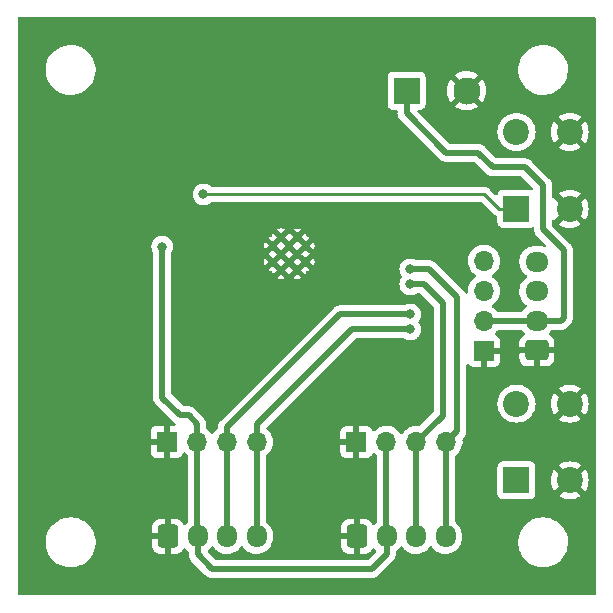
<source format=gbr>
%TF.GenerationSoftware,KiCad,Pcbnew,6.0.11-2627ca5db0~126~ubuntu20.04.1*%
%TF.CreationDate,2025-05-12T21:47:33+10:00*%
%TF.ProjectId,encoder_pcb,656e636f-6465-4725-9f70-63622e6b6963,rev?*%
%TF.SameCoordinates,Original*%
%TF.FileFunction,Copper,L2,Bot*%
%TF.FilePolarity,Positive*%
%FSLAX46Y46*%
G04 Gerber Fmt 4.6, Leading zero omitted, Abs format (unit mm)*
G04 Created by KiCad (PCBNEW 6.0.11-2627ca5db0~126~ubuntu20.04.1) date 2025-05-12 21:47:33*
%MOMM*%
%LPD*%
G01*
G04 APERTURE LIST*
G04 Aperture macros list*
%AMRoundRect*
0 Rectangle with rounded corners*
0 $1 Rounding radius*
0 $2 $3 $4 $5 $6 $7 $8 $9 X,Y pos of 4 corners*
0 Add a 4 corners polygon primitive as box body*
4,1,4,$2,$3,$4,$5,$6,$7,$8,$9,$2,$3,0*
0 Add four circle primitives for the rounded corners*
1,1,$1+$1,$2,$3*
1,1,$1+$1,$4,$5*
1,1,$1+$1,$6,$7*
1,1,$1+$1,$8,$9*
0 Add four rect primitives between the rounded corners*
20,1,$1+$1,$2,$3,$4,$5,0*
20,1,$1+$1,$4,$5,$6,$7,0*
20,1,$1+$1,$6,$7,$8,$9,0*
20,1,$1+$1,$8,$9,$2,$3,0*%
G04 Aperture macros list end*
%TA.AperFunction,ComponentPad*%
%ADD10R,1.700000X1.700000*%
%TD*%
%TA.AperFunction,ComponentPad*%
%ADD11O,1.700000X1.700000*%
%TD*%
%TA.AperFunction,ComponentPad*%
%ADD12C,0.475000*%
%TD*%
%TA.AperFunction,ComponentPad*%
%ADD13R,2.200000X2.200000*%
%TD*%
%TA.AperFunction,ComponentPad*%
%ADD14C,2.200000*%
%TD*%
%TA.AperFunction,ComponentPad*%
%ADD15RoundRect,0.250000X-0.600000X-0.725000X0.600000X-0.725000X0.600000X0.725000X-0.600000X0.725000X0*%
%TD*%
%TA.AperFunction,ComponentPad*%
%ADD16O,1.700000X1.950000*%
%TD*%
%TA.AperFunction,ComponentPad*%
%ADD17C,2.300000*%
%TD*%
%TA.AperFunction,ComponentPad*%
%ADD18RoundRect,0.250000X0.725000X-0.600000X0.725000X0.600000X-0.725000X0.600000X-0.725000X-0.600000X0*%
%TD*%
%TA.AperFunction,ComponentPad*%
%ADD19O,1.950000X1.700000*%
%TD*%
%TA.AperFunction,ViaPad*%
%ADD20C,0.800000*%
%TD*%
%TA.AperFunction,Conductor*%
%ADD21C,0.500000*%
%TD*%
%TA.AperFunction,Conductor*%
%ADD22C,0.250000*%
%TD*%
G04 APERTURE END LIST*
D10*
%TO.P,J5,1,Pin_1*%
%TO.N,/GND*%
X159000000Y-103800000D03*
D11*
%TO.P,J5,2,Pin_2*%
%TO.N,/VIN*%
X159000000Y-101260000D03*
%TO.P,J5,3,Pin_3*%
%TO.N,/TTLTX*%
X159000000Y-98720000D03*
%TO.P,J5,4,Pin_4*%
%TO.N,/TTLRX*%
X159000000Y-96180000D03*
%TD*%
D12*
%TO.P,U1,39,GND*%
%TO.N,/GND*%
X142500000Y-96260000D03*
X141100000Y-96260000D03*
X141100000Y-94860000D03*
X143900000Y-94860000D03*
X143200000Y-94160000D03*
X143200000Y-96960000D03*
X141800000Y-95560000D03*
X141800000Y-94160000D03*
X142500000Y-94860000D03*
X141800000Y-96960000D03*
X143200000Y-95560000D03*
X143900000Y-96260000D03*
%TD*%
D13*
%TO.P,S2,1,COM_1*%
%TO.N,/IO0*%
X161750000Y-114750000D03*
D14*
%TO.P,S2,2,COM_2*%
X161750000Y-108250000D03*
%TO.P,S2,3,NO_1*%
%TO.N,/GND*%
X166250000Y-114750000D03*
%TO.P,S2,4,NO_2*%
X166250000Y-108250000D03*
%TD*%
D15*
%TO.P,J3,1,Pin_1*%
%TO.N,/GND*%
X132250000Y-119500000D03*
D16*
%TO.P,J3,2,Pin_2*%
%TO.N,/3.3V*%
X134750000Y-119500000D03*
%TO.P,J3,3,Pin_3*%
%TO.N,/LEFT_A*%
X137250000Y-119500000D03*
%TO.P,J3,4,Pin_4*%
%TO.N,/LEFT_B*%
X139750000Y-119500000D03*
%TD*%
D10*
%TO.P,J6,1,Pin_1*%
%TO.N,/GND*%
X132150000Y-111475000D03*
D11*
%TO.P,J6,2,Pin_2*%
%TO.N,/3.3V*%
X134690000Y-111475000D03*
%TO.P,J6,3,Pin_3*%
%TO.N,/LEFT_A*%
X137230000Y-111475000D03*
%TO.P,J6,4,Pin_4*%
%TO.N,/LEFT_B*%
X139770000Y-111475000D03*
%TD*%
D13*
%TO.P,S1,1,COM_1*%
%TO.N,/EN*%
X161750000Y-91750000D03*
D14*
%TO.P,S1,2,COM_2*%
X161750000Y-85250000D03*
%TO.P,S1,3,NO_1*%
%TO.N,/GND*%
X166250000Y-91750000D03*
%TO.P,S1,4,NO_2*%
X166250000Y-85250000D03*
%TD*%
D13*
%TO.P,J1,1,Pin_1*%
%TO.N,/VIN*%
X152438000Y-81750000D03*
D17*
%TO.P,J1,2,Pin_2*%
%TO.N,/GND*%
X157518000Y-81750000D03*
%TD*%
D15*
%TO.P,J4,1,Pin_1*%
%TO.N,/GND*%
X148250000Y-119500000D03*
D16*
%TO.P,J4,2,Pin_2*%
%TO.N,/3.3V*%
X150750000Y-119500000D03*
%TO.P,J4,3,Pin_3*%
%TO.N,/RIGHT_A*%
X153250000Y-119500000D03*
%TO.P,J4,4,Pin_4*%
%TO.N,/RIGHT_B*%
X155750000Y-119500000D03*
%TD*%
D18*
%TO.P,J2,1,Pin_1*%
%TO.N,/GND*%
X163475000Y-103750000D03*
D19*
%TO.P,J2,2,Pin_2*%
%TO.N,/VIN*%
X163475000Y-101250000D03*
%TO.P,J2,3,Pin_3*%
%TO.N,/TTLTX*%
X163475000Y-98750000D03*
%TO.P,J2,4,Pin_4*%
%TO.N,/TTLRX*%
X163475000Y-96250000D03*
%TD*%
D10*
%TO.P,J7,1,Pin_1*%
%TO.N,/GND*%
X148200000Y-111500000D03*
D11*
%TO.P,J7,2,Pin_2*%
%TO.N,/3.3V*%
X150740000Y-111500000D03*
%TO.P,J7,3,Pin_3*%
%TO.N,/RIGHT_A*%
X153280000Y-111500000D03*
%TO.P,J7,4,Pin_4*%
%TO.N,/RIGHT_B*%
X155820000Y-111500000D03*
%TD*%
D20*
%TO.N,/3.3V*%
X131750000Y-94950000D03*
%TO.N,/GND*%
X136750000Y-88000000D03*
X142250000Y-83500000D03*
X133750000Y-88000000D03*
X142250000Y-81250000D03*
X138250000Y-104250000D03*
X151250000Y-88000000D03*
X154250000Y-88000000D03*
X138250000Y-107000000D03*
%TO.N,/EN*%
X135250000Y-90535000D03*
%TO.N,/LEFT_A*%
X152750000Y-100695000D03*
%TO.N,/LEFT_B*%
X152750000Y-101965000D03*
%TO.N,/RIGHT_B*%
X152750000Y-96885000D03*
%TO.N,/RIGHT_A*%
X152750000Y-98155000D03*
%TD*%
D21*
%TO.N,/3.3V*%
X150740000Y-119490000D02*
X150750000Y-119500000D01*
X131750000Y-107750000D02*
X131750000Y-94950000D01*
X134750000Y-119500000D02*
X134750000Y-121000000D01*
X134750000Y-121000000D02*
X136000000Y-122250000D01*
X134000000Y-109250000D02*
X134690000Y-109940000D01*
X133250000Y-109250000D02*
X134000000Y-109250000D01*
X150750000Y-121000000D02*
X150750000Y-119500000D01*
X136000000Y-122250000D02*
X149500000Y-122250000D01*
X150740000Y-111500000D02*
X150740000Y-119490000D01*
X134690000Y-119440000D02*
X134750000Y-119500000D01*
X134690000Y-109940000D02*
X134690000Y-111475000D01*
X131750000Y-107750000D02*
X133250000Y-109250000D01*
X134690000Y-111475000D02*
X134690000Y-119440000D01*
X149500000Y-122250000D02*
X150750000Y-121000000D01*
%TO.N,/VIN*%
X163475000Y-101250000D02*
X159010000Y-101250000D01*
X164000000Y-89750000D02*
X164000000Y-93500000D01*
X152438000Y-83688000D02*
X155750000Y-87000000D01*
X159750000Y-88250000D02*
X162500000Y-88250000D01*
X159010000Y-101250000D02*
X159000000Y-101260000D01*
X165750000Y-95250000D02*
X165750000Y-101000000D01*
X155750000Y-87000000D02*
X158500000Y-87000000D01*
X164000000Y-93500000D02*
X165750000Y-95250000D01*
X162500000Y-88250000D02*
X164000000Y-89750000D01*
X165750000Y-101000000D02*
X165500000Y-101250000D01*
X165500000Y-101250000D02*
X163475000Y-101250000D01*
X152438000Y-81750000D02*
X152438000Y-83688000D01*
X158500000Y-87000000D02*
X159750000Y-88250000D01*
D22*
%TO.N,/EN*%
X159035000Y-90535000D02*
X135250000Y-90535000D01*
X160250000Y-91750000D02*
X161750000Y-91750000D01*
X159035000Y-90535000D02*
X160250000Y-91750000D01*
D21*
%TO.N,/LEFT_A*%
X152750000Y-100695000D02*
X146805000Y-100695000D01*
X137230000Y-111475000D02*
X137230000Y-119480000D01*
X146805000Y-100695000D02*
X137230000Y-110270000D01*
X137230000Y-110270000D02*
X137230000Y-111475000D01*
X137230000Y-119480000D02*
X137250000Y-119500000D01*
%TO.N,/LEFT_B*%
X147785000Y-101965000D02*
X139770000Y-109980000D01*
X139770000Y-119480000D02*
X139750000Y-119500000D01*
X139770000Y-111475000D02*
X139770000Y-119480000D01*
X147785000Y-101965000D02*
X152750000Y-101965000D01*
X139770000Y-109980000D02*
X139770000Y-111475000D01*
%TO.N,/RIGHT_B*%
X154385000Y-96885000D02*
X152750000Y-96885000D01*
X156750000Y-99250000D02*
X156750000Y-110570000D01*
X155820000Y-111500000D02*
X155820000Y-119430000D01*
X155820000Y-119430000D02*
X155750000Y-119500000D01*
X156750000Y-110570000D02*
X155820000Y-111500000D01*
X156750000Y-99250000D02*
X154385000Y-96885000D01*
%TO.N,/RIGHT_A*%
X153280000Y-119470000D02*
X153250000Y-119500000D01*
X153905000Y-98155000D02*
X152750000Y-98155000D01*
X153280000Y-111500000D02*
X153280000Y-119470000D01*
X155500000Y-99750000D02*
X155500000Y-109280000D01*
X155500000Y-99750000D02*
X153905000Y-98155000D01*
X155500000Y-109280000D02*
X153280000Y-111500000D01*
%TD*%
%TA.AperFunction,Conductor*%
%TO.N,/GND*%
G36*
X168433621Y-75528502D02*
G01*
X168480114Y-75582158D01*
X168491500Y-75634500D01*
X168491500Y-124365500D01*
X168471498Y-124433621D01*
X168417842Y-124480114D01*
X168365500Y-124491500D01*
X119634500Y-124491500D01*
X119566379Y-124471498D01*
X119519886Y-124417842D01*
X119508500Y-124365500D01*
X119508500Y-120132703D01*
X121890743Y-120132703D01*
X121928268Y-120417734D01*
X122004129Y-120695036D01*
X122005813Y-120698984D01*
X122103902Y-120928948D01*
X122116923Y-120959476D01*
X122184571Y-121072507D01*
X122242673Y-121169588D01*
X122264561Y-121206161D01*
X122444313Y-121430528D01*
X122525548Y-121507617D01*
X122605797Y-121583770D01*
X122652851Y-121628423D01*
X122886317Y-121796186D01*
X122890112Y-121798195D01*
X122890113Y-121798196D01*
X122911869Y-121809715D01*
X123140392Y-121930712D01*
X123410373Y-122029511D01*
X123691264Y-122090755D01*
X123719841Y-122093004D01*
X123914282Y-122108307D01*
X123914291Y-122108307D01*
X123916739Y-122108500D01*
X124072271Y-122108500D01*
X124074407Y-122108354D01*
X124074418Y-122108354D01*
X124282548Y-122094165D01*
X124282554Y-122094164D01*
X124286825Y-122093873D01*
X124291020Y-122093004D01*
X124291022Y-122093004D01*
X124427583Y-122064724D01*
X124568342Y-122035574D01*
X124839343Y-121939607D01*
X125094812Y-121807750D01*
X125098313Y-121805289D01*
X125098317Y-121805287D01*
X125212417Y-121725096D01*
X125330023Y-121642441D01*
X125512023Y-121473316D01*
X125537479Y-121449661D01*
X125537481Y-121449658D01*
X125540622Y-121446740D01*
X125722713Y-121224268D01*
X125872927Y-120979142D01*
X125876880Y-120970138D01*
X125986757Y-120719830D01*
X125988483Y-120715898D01*
X126067244Y-120439406D01*
X126091055Y-120272095D01*
X130892001Y-120272095D01*
X130892338Y-120278614D01*
X130902257Y-120374206D01*
X130905149Y-120387600D01*
X130956588Y-120541784D01*
X130962761Y-120554962D01*
X131048063Y-120692807D01*
X131057099Y-120704208D01*
X131171829Y-120818739D01*
X131183240Y-120827751D01*
X131321243Y-120912816D01*
X131334424Y-120918963D01*
X131488710Y-120970138D01*
X131502086Y-120973005D01*
X131596438Y-120982672D01*
X131602854Y-120983000D01*
X131977885Y-120983000D01*
X131993124Y-120978525D01*
X131994329Y-120977135D01*
X131996000Y-120969452D01*
X131996000Y-119772115D01*
X131991525Y-119756876D01*
X131990135Y-119755671D01*
X131982452Y-119754000D01*
X130910116Y-119754000D01*
X130894877Y-119758475D01*
X130893672Y-119759865D01*
X130892001Y-119767548D01*
X130892001Y-120272095D01*
X126091055Y-120272095D01*
X126107751Y-120154784D01*
X126107845Y-120136951D01*
X126109235Y-119871583D01*
X126109235Y-119871576D01*
X126109257Y-119867297D01*
X126071732Y-119582266D01*
X125995871Y-119304964D01*
X125985295Y-119280170D01*
X125962994Y-119227885D01*
X130892000Y-119227885D01*
X130896475Y-119243124D01*
X130897865Y-119244329D01*
X130905548Y-119246000D01*
X131977885Y-119246000D01*
X131993124Y-119241525D01*
X131994329Y-119240135D01*
X131996000Y-119232452D01*
X131996000Y-118035116D01*
X131991525Y-118019877D01*
X131990135Y-118018672D01*
X131982452Y-118017001D01*
X131602905Y-118017001D01*
X131596386Y-118017338D01*
X131500794Y-118027257D01*
X131487400Y-118030149D01*
X131333216Y-118081588D01*
X131320038Y-118087761D01*
X131182193Y-118173063D01*
X131170792Y-118182099D01*
X131056261Y-118296829D01*
X131047249Y-118308240D01*
X130962184Y-118446243D01*
X130956037Y-118459424D01*
X130904862Y-118613710D01*
X130901995Y-118627086D01*
X130892328Y-118721438D01*
X130892000Y-118727855D01*
X130892000Y-119227885D01*
X125962994Y-119227885D01*
X125884763Y-119044476D01*
X125884761Y-119044472D01*
X125883077Y-119040524D01*
X125735439Y-118793839D01*
X125555687Y-118569472D01*
X125347149Y-118371577D01*
X125113683Y-118203814D01*
X125108180Y-118200900D01*
X125059822Y-118175296D01*
X124859608Y-118069288D01*
X124589627Y-117970489D01*
X124308736Y-117909245D01*
X124277685Y-117906801D01*
X124085718Y-117891693D01*
X124085709Y-117891693D01*
X124083261Y-117891500D01*
X123927729Y-117891500D01*
X123925593Y-117891646D01*
X123925582Y-117891646D01*
X123717452Y-117905835D01*
X123717446Y-117905836D01*
X123713175Y-117906127D01*
X123708980Y-117906996D01*
X123708978Y-117906996D01*
X123572416Y-117935277D01*
X123431658Y-117964426D01*
X123160657Y-118060393D01*
X123156848Y-118062359D01*
X122924133Y-118182472D01*
X122905188Y-118192250D01*
X122901687Y-118194711D01*
X122901683Y-118194713D01*
X122819818Y-118252249D01*
X122669977Y-118357559D01*
X122654892Y-118371577D01*
X122514051Y-118502455D01*
X122459378Y-118553260D01*
X122277287Y-118775732D01*
X122127073Y-119020858D01*
X122125347Y-119024791D01*
X122125346Y-119024792D01*
X122034190Y-119232452D01*
X122011517Y-119284102D01*
X121932756Y-119560594D01*
X121892249Y-119845216D01*
X121892227Y-119849505D01*
X121892226Y-119849512D01*
X121891030Y-120077872D01*
X121890743Y-120132703D01*
X119508500Y-120132703D01*
X119508500Y-112369669D01*
X130792001Y-112369669D01*
X130792371Y-112376490D01*
X130797895Y-112427352D01*
X130801521Y-112442604D01*
X130846676Y-112563054D01*
X130855214Y-112578649D01*
X130931715Y-112680724D01*
X130944276Y-112693285D01*
X131046351Y-112769786D01*
X131061946Y-112778324D01*
X131182394Y-112823478D01*
X131197649Y-112827105D01*
X131248514Y-112832631D01*
X131255328Y-112833000D01*
X131877885Y-112833000D01*
X131893124Y-112828525D01*
X131894329Y-112827135D01*
X131896000Y-112819452D01*
X131896000Y-111747115D01*
X131891525Y-111731876D01*
X131890135Y-111730671D01*
X131882452Y-111729000D01*
X130810116Y-111729000D01*
X130794877Y-111733475D01*
X130793672Y-111734865D01*
X130792001Y-111742548D01*
X130792001Y-112369669D01*
X119508500Y-112369669D01*
X119508500Y-111202885D01*
X130792000Y-111202885D01*
X130796475Y-111218124D01*
X130797865Y-111219329D01*
X130805548Y-111221000D01*
X131877885Y-111221000D01*
X131893124Y-111216525D01*
X131894329Y-111215135D01*
X131896000Y-111207452D01*
X131896000Y-110135116D01*
X131891525Y-110119877D01*
X131890135Y-110118672D01*
X131882452Y-110117001D01*
X131255331Y-110117001D01*
X131248510Y-110117371D01*
X131197648Y-110122895D01*
X131182396Y-110126521D01*
X131061946Y-110171676D01*
X131046351Y-110180214D01*
X130944276Y-110256715D01*
X130931715Y-110269276D01*
X130855214Y-110371351D01*
X130846676Y-110386946D01*
X130801522Y-110507394D01*
X130797895Y-110522649D01*
X130792369Y-110573514D01*
X130792000Y-110580328D01*
X130792000Y-111202885D01*
X119508500Y-111202885D01*
X119508500Y-94950000D01*
X130836496Y-94950000D01*
X130837186Y-94956565D01*
X130855034Y-95126376D01*
X130856458Y-95139928D01*
X130915473Y-95321556D01*
X130918776Y-95327278D01*
X130918777Y-95327279D01*
X130974619Y-95423999D01*
X130991500Y-95486999D01*
X130991500Y-107682930D01*
X130990067Y-107701880D01*
X130986801Y-107723349D01*
X130987394Y-107730641D01*
X130987394Y-107730644D01*
X130991085Y-107776018D01*
X130991500Y-107786233D01*
X130991500Y-107794293D01*
X130991925Y-107797937D01*
X130994789Y-107822507D01*
X130995222Y-107826882D01*
X130999998Y-107885592D01*
X131001140Y-107899637D01*
X131003396Y-107906601D01*
X131004587Y-107912560D01*
X131005971Y-107918415D01*
X131006818Y-107925681D01*
X131031735Y-107994327D01*
X131033152Y-107998455D01*
X131055649Y-108067899D01*
X131059445Y-108074154D01*
X131061951Y-108079628D01*
X131064670Y-108085058D01*
X131067167Y-108091937D01*
X131071180Y-108098057D01*
X131071180Y-108098058D01*
X131107186Y-108152976D01*
X131109523Y-108156680D01*
X131147405Y-108219107D01*
X131151121Y-108223315D01*
X131151122Y-108223316D01*
X131154803Y-108227484D01*
X131154776Y-108227508D01*
X131157429Y-108230500D01*
X131160132Y-108233733D01*
X131164144Y-108239852D01*
X131176051Y-108251132D01*
X131220383Y-108293128D01*
X131222825Y-108295506D01*
X132666230Y-109738911D01*
X132678616Y-109753323D01*
X132687149Y-109764918D01*
X132687154Y-109764923D01*
X132691492Y-109770818D01*
X132697070Y-109775557D01*
X132697073Y-109775560D01*
X132731768Y-109805035D01*
X132739284Y-109811965D01*
X132744979Y-109817660D01*
X132747861Y-109819940D01*
X132767251Y-109835281D01*
X132770655Y-109838072D01*
X132820705Y-109880593D01*
X132820708Y-109880595D01*
X132826285Y-109885333D01*
X132829925Y-109887192D01*
X132874649Y-109940613D01*
X132883557Y-110011049D01*
X132852970Y-110075119D01*
X132792601Y-110112482D01*
X132759162Y-110117000D01*
X132422115Y-110117000D01*
X132406876Y-110121475D01*
X132405671Y-110122865D01*
X132404000Y-110130548D01*
X132404000Y-112814884D01*
X132408475Y-112830123D01*
X132409865Y-112831328D01*
X132417548Y-112832999D01*
X133044669Y-112832999D01*
X133051490Y-112832629D01*
X133102352Y-112827105D01*
X133117604Y-112823479D01*
X133238054Y-112778324D01*
X133253649Y-112769786D01*
X133355724Y-112693285D01*
X133368285Y-112680724D01*
X133444786Y-112578649D01*
X133453324Y-112563054D01*
X133494225Y-112453952D01*
X133536867Y-112397188D01*
X133603428Y-112372488D01*
X133672777Y-112387696D01*
X133707444Y-112415684D01*
X133732865Y-112445031D01*
X133732869Y-112445035D01*
X133736250Y-112448938D01*
X133885985Y-112573250D01*
X133925620Y-112632152D01*
X133931500Y-112670194D01*
X133931500Y-118229064D01*
X133911498Y-118297185D01*
X133888081Y-118324229D01*
X133857594Y-118350684D01*
X133836402Y-118369074D01*
X133772555Y-118424477D01*
X133769168Y-118428608D01*
X133742994Y-118460529D01*
X133684334Y-118500524D01*
X133613364Y-118502455D01*
X133552616Y-118465710D01*
X133538416Y-118446941D01*
X133451937Y-118307193D01*
X133442901Y-118295792D01*
X133328171Y-118181261D01*
X133316760Y-118172249D01*
X133178757Y-118087184D01*
X133165576Y-118081037D01*
X133011290Y-118029862D01*
X132997914Y-118026995D01*
X132903562Y-118017328D01*
X132897145Y-118017000D01*
X132522115Y-118017000D01*
X132506876Y-118021475D01*
X132505671Y-118022865D01*
X132504000Y-118030548D01*
X132504000Y-120964884D01*
X132508475Y-120980123D01*
X132509865Y-120981328D01*
X132517548Y-120982999D01*
X132897095Y-120982999D01*
X132903614Y-120982662D01*
X132999206Y-120972743D01*
X133012600Y-120969851D01*
X133166784Y-120918412D01*
X133179962Y-120912239D01*
X133317807Y-120826937D01*
X133329208Y-120817901D01*
X133443739Y-120703171D01*
X133452753Y-120691757D01*
X133538723Y-120552287D01*
X133591495Y-120504793D01*
X133661566Y-120493369D01*
X133726690Y-120521643D01*
X133737149Y-120531426D01*
X133846576Y-120646135D01*
X133940341Y-120715898D01*
X133940713Y-120716175D01*
X133983426Y-120772885D01*
X133991500Y-120817264D01*
X133991500Y-120932930D01*
X133990067Y-120951880D01*
X133988089Y-120964884D01*
X133986801Y-120973349D01*
X133987394Y-120980641D01*
X133987394Y-120980644D01*
X133991085Y-121026018D01*
X133991500Y-121036233D01*
X133991500Y-121044293D01*
X133991925Y-121047937D01*
X133994789Y-121072507D01*
X133995222Y-121076882D01*
X134001140Y-121149637D01*
X134003396Y-121156601D01*
X134004587Y-121162560D01*
X134005971Y-121168415D01*
X134006818Y-121175681D01*
X134031735Y-121244327D01*
X134033152Y-121248455D01*
X134055649Y-121317899D01*
X134059445Y-121324154D01*
X134061951Y-121329628D01*
X134064670Y-121335058D01*
X134067167Y-121341937D01*
X134071180Y-121348057D01*
X134071180Y-121348058D01*
X134107186Y-121402976D01*
X134109523Y-121406680D01*
X134147405Y-121469107D01*
X134151121Y-121473315D01*
X134151122Y-121473316D01*
X134154803Y-121477484D01*
X134154776Y-121477508D01*
X134157429Y-121480500D01*
X134160132Y-121483733D01*
X134164144Y-121489852D01*
X134169456Y-121494884D01*
X134220383Y-121543128D01*
X134222825Y-121545506D01*
X135416230Y-122738911D01*
X135428616Y-122753323D01*
X135437149Y-122764918D01*
X135437154Y-122764923D01*
X135441492Y-122770818D01*
X135447070Y-122775557D01*
X135447073Y-122775560D01*
X135481768Y-122805035D01*
X135489284Y-122811965D01*
X135494979Y-122817660D01*
X135497861Y-122819940D01*
X135517251Y-122835281D01*
X135520655Y-122838072D01*
X135570703Y-122880591D01*
X135576285Y-122885333D01*
X135582801Y-122888661D01*
X135587850Y-122892028D01*
X135592979Y-122895195D01*
X135598716Y-122899734D01*
X135664875Y-122930655D01*
X135668769Y-122932558D01*
X135733808Y-122965769D01*
X135740916Y-122967508D01*
X135746559Y-122969607D01*
X135752322Y-122971524D01*
X135758950Y-122974622D01*
X135766112Y-122976112D01*
X135766113Y-122976112D01*
X135830412Y-122989486D01*
X135834696Y-122990456D01*
X135905610Y-123007808D01*
X135911212Y-123008156D01*
X135911215Y-123008156D01*
X135916764Y-123008500D01*
X135916762Y-123008536D01*
X135920755Y-123008775D01*
X135924947Y-123009149D01*
X135932115Y-123010640D01*
X136009520Y-123008546D01*
X136012928Y-123008500D01*
X149432930Y-123008500D01*
X149451880Y-123009933D01*
X149466115Y-123012099D01*
X149466119Y-123012099D01*
X149473349Y-123013199D01*
X149480641Y-123012606D01*
X149480644Y-123012606D01*
X149526018Y-123008915D01*
X149536233Y-123008500D01*
X149544293Y-123008500D01*
X149561680Y-123006473D01*
X149572507Y-123005211D01*
X149576882Y-123004778D01*
X149642339Y-122999454D01*
X149642342Y-122999453D01*
X149649637Y-122998860D01*
X149656601Y-122996604D01*
X149662560Y-122995413D01*
X149668415Y-122994029D01*
X149675681Y-122993182D01*
X149744327Y-122968265D01*
X149748455Y-122966848D01*
X149810936Y-122946607D01*
X149810938Y-122946606D01*
X149817899Y-122944351D01*
X149824154Y-122940555D01*
X149829628Y-122938049D01*
X149835058Y-122935330D01*
X149841937Y-122932833D01*
X149848058Y-122928820D01*
X149902976Y-122892814D01*
X149906680Y-122890477D01*
X149969107Y-122852595D01*
X149977484Y-122845197D01*
X149977508Y-122845224D01*
X149980500Y-122842571D01*
X149983733Y-122839868D01*
X149989852Y-122835856D01*
X150043128Y-122779617D01*
X150045506Y-122777175D01*
X151238911Y-121583770D01*
X151253323Y-121571384D01*
X151264918Y-121562851D01*
X151264923Y-121562846D01*
X151270818Y-121558508D01*
X151275557Y-121552930D01*
X151275560Y-121552927D01*
X151305035Y-121518232D01*
X151311965Y-121510716D01*
X151317660Y-121505021D01*
X151335281Y-121482749D01*
X151338072Y-121479345D01*
X151380591Y-121429297D01*
X151380592Y-121429295D01*
X151385333Y-121423715D01*
X151388661Y-121417199D01*
X151392028Y-121412150D01*
X151395195Y-121407021D01*
X151399734Y-121401284D01*
X151430655Y-121335125D01*
X151432561Y-121331225D01*
X151465769Y-121266192D01*
X151467508Y-121259084D01*
X151469607Y-121253441D01*
X151471524Y-121247678D01*
X151474622Y-121241050D01*
X151489487Y-121169583D01*
X151490457Y-121165299D01*
X151506473Y-121099845D01*
X151507808Y-121094390D01*
X151508500Y-121083236D01*
X151508536Y-121083238D01*
X151508775Y-121079245D01*
X151509149Y-121075053D01*
X151510640Y-121067885D01*
X151508546Y-120990479D01*
X151508500Y-120987072D01*
X151508500Y-120822808D01*
X151528502Y-120754687D01*
X151554103Y-120727529D01*
X151553317Y-120726623D01*
X151723412Y-120579023D01*
X151723414Y-120579021D01*
X151727445Y-120575523D01*
X151794807Y-120493369D01*
X151870240Y-120401373D01*
X151870244Y-120401367D01*
X151873624Y-120397245D01*
X151891552Y-120365750D01*
X151942632Y-120316445D01*
X152012262Y-120302583D01*
X152078333Y-120328566D01*
X152105573Y-120357716D01*
X152187441Y-120479319D01*
X152191120Y-120483176D01*
X152191122Y-120483178D01*
X152247030Y-120541784D01*
X152346576Y-120646135D01*
X152531542Y-120783754D01*
X152536293Y-120786170D01*
X152536297Y-120786172D01*
X152618078Y-120827751D01*
X152737051Y-120888240D01*
X152742145Y-120889822D01*
X152742148Y-120889823D01*
X152942004Y-120951880D01*
X152957227Y-120956607D01*
X152962516Y-120957308D01*
X153180489Y-120986198D01*
X153180494Y-120986198D01*
X153185774Y-120986898D01*
X153191103Y-120986698D01*
X153191105Y-120986698D01*
X153300966Y-120982574D01*
X153416158Y-120978249D01*
X153421468Y-120977135D01*
X153636572Y-120932002D01*
X153641791Y-120930907D01*
X153646750Y-120928949D01*
X153646752Y-120928948D01*
X153851256Y-120848185D01*
X153851258Y-120848184D01*
X153856221Y-120846224D01*
X153887597Y-120827185D01*
X154048757Y-120729390D01*
X154048756Y-120729390D01*
X154053317Y-120726623D01*
X154094488Y-120690897D01*
X154223412Y-120579023D01*
X154223414Y-120579021D01*
X154227445Y-120575523D01*
X154294807Y-120493369D01*
X154370240Y-120401373D01*
X154370244Y-120401367D01*
X154373624Y-120397245D01*
X154391552Y-120365750D01*
X154442632Y-120316445D01*
X154512262Y-120302583D01*
X154578333Y-120328566D01*
X154605573Y-120357716D01*
X154687441Y-120479319D01*
X154691120Y-120483176D01*
X154691122Y-120483178D01*
X154747030Y-120541784D01*
X154846576Y-120646135D01*
X155031542Y-120783754D01*
X155036293Y-120786170D01*
X155036297Y-120786172D01*
X155118078Y-120827751D01*
X155237051Y-120888240D01*
X155242145Y-120889822D01*
X155242148Y-120889823D01*
X155442004Y-120951880D01*
X155457227Y-120956607D01*
X155462516Y-120957308D01*
X155680489Y-120986198D01*
X155680494Y-120986198D01*
X155685774Y-120986898D01*
X155691103Y-120986698D01*
X155691105Y-120986698D01*
X155800966Y-120982574D01*
X155916158Y-120978249D01*
X155921468Y-120977135D01*
X156136572Y-120932002D01*
X156141791Y-120930907D01*
X156146750Y-120928949D01*
X156146752Y-120928948D01*
X156351256Y-120848185D01*
X156351258Y-120848184D01*
X156356221Y-120846224D01*
X156387597Y-120827185D01*
X156548757Y-120729390D01*
X156548756Y-120729390D01*
X156553317Y-120726623D01*
X156594488Y-120690897D01*
X156723412Y-120579023D01*
X156723414Y-120579021D01*
X156727445Y-120575523D01*
X156794807Y-120493369D01*
X156870240Y-120401373D01*
X156870244Y-120401367D01*
X156873624Y-120397245D01*
X156879115Y-120387600D01*
X156985032Y-120201529D01*
X156987675Y-120196886D01*
X157010972Y-120132703D01*
X161890743Y-120132703D01*
X161928268Y-120417734D01*
X162004129Y-120695036D01*
X162005813Y-120698984D01*
X162103902Y-120928948D01*
X162116923Y-120959476D01*
X162184571Y-121072507D01*
X162242673Y-121169588D01*
X162264561Y-121206161D01*
X162444313Y-121430528D01*
X162525548Y-121507617D01*
X162605797Y-121583770D01*
X162652851Y-121628423D01*
X162886317Y-121796186D01*
X162890112Y-121798195D01*
X162890113Y-121798196D01*
X162911869Y-121809715D01*
X163140392Y-121930712D01*
X163410373Y-122029511D01*
X163691264Y-122090755D01*
X163719841Y-122093004D01*
X163914282Y-122108307D01*
X163914291Y-122108307D01*
X163916739Y-122108500D01*
X164072271Y-122108500D01*
X164074407Y-122108354D01*
X164074418Y-122108354D01*
X164282548Y-122094165D01*
X164282554Y-122094164D01*
X164286825Y-122093873D01*
X164291020Y-122093004D01*
X164291022Y-122093004D01*
X164427583Y-122064724D01*
X164568342Y-122035574D01*
X164839343Y-121939607D01*
X165094812Y-121807750D01*
X165098313Y-121805289D01*
X165098317Y-121805287D01*
X165212417Y-121725096D01*
X165330023Y-121642441D01*
X165512023Y-121473316D01*
X165537479Y-121449661D01*
X165537481Y-121449658D01*
X165540622Y-121446740D01*
X165722713Y-121224268D01*
X165872927Y-120979142D01*
X165876880Y-120970138D01*
X165986757Y-120719830D01*
X165988483Y-120715898D01*
X166067244Y-120439406D01*
X166107751Y-120154784D01*
X166107845Y-120136951D01*
X166109235Y-119871583D01*
X166109235Y-119871576D01*
X166109257Y-119867297D01*
X166071732Y-119582266D01*
X165995871Y-119304964D01*
X165985295Y-119280170D01*
X165884763Y-119044476D01*
X165884761Y-119044472D01*
X165883077Y-119040524D01*
X165735439Y-118793839D01*
X165555687Y-118569472D01*
X165347149Y-118371577D01*
X165113683Y-118203814D01*
X165108180Y-118200900D01*
X165059822Y-118175296D01*
X164859608Y-118069288D01*
X164589627Y-117970489D01*
X164308736Y-117909245D01*
X164277685Y-117906801D01*
X164085718Y-117891693D01*
X164085709Y-117891693D01*
X164083261Y-117891500D01*
X163927729Y-117891500D01*
X163925593Y-117891646D01*
X163925582Y-117891646D01*
X163717452Y-117905835D01*
X163717446Y-117905836D01*
X163713175Y-117906127D01*
X163708980Y-117906996D01*
X163708978Y-117906996D01*
X163572416Y-117935277D01*
X163431658Y-117964426D01*
X163160657Y-118060393D01*
X163156848Y-118062359D01*
X162924133Y-118182472D01*
X162905188Y-118192250D01*
X162901687Y-118194711D01*
X162901683Y-118194713D01*
X162819818Y-118252249D01*
X162669977Y-118357559D01*
X162654892Y-118371577D01*
X162514051Y-118502455D01*
X162459378Y-118553260D01*
X162277287Y-118775732D01*
X162127073Y-119020858D01*
X162125347Y-119024791D01*
X162125346Y-119024792D01*
X162034190Y-119232452D01*
X162011517Y-119284102D01*
X161932756Y-119560594D01*
X161892249Y-119845216D01*
X161892227Y-119849505D01*
X161892226Y-119849512D01*
X161891030Y-120077872D01*
X161890743Y-120132703D01*
X157010972Y-120132703D01*
X157066337Y-119980175D01*
X157089965Y-119849512D01*
X157106623Y-119757392D01*
X157106624Y-119757385D01*
X157107361Y-119753308D01*
X157108500Y-119729156D01*
X157108500Y-119317110D01*
X157093920Y-119145280D01*
X157092582Y-119140125D01*
X157092581Y-119140119D01*
X157037343Y-118927297D01*
X157037342Y-118927293D01*
X157036001Y-118922128D01*
X156941312Y-118711925D01*
X156812559Y-118520681D01*
X156653424Y-118353865D01*
X156649146Y-118350682D01*
X156649143Y-118350679D01*
X156629289Y-118335908D01*
X156586575Y-118279198D01*
X156578500Y-118234818D01*
X156578500Y-115898134D01*
X160141500Y-115898134D01*
X160148255Y-115960316D01*
X160199385Y-116096705D01*
X160286739Y-116213261D01*
X160403295Y-116300615D01*
X160539684Y-116351745D01*
X160601866Y-116358500D01*
X162898134Y-116358500D01*
X162960316Y-116351745D01*
X163096705Y-116300615D01*
X163213261Y-116213261D01*
X163300615Y-116096705D01*
X163316103Y-116055390D01*
X165309440Y-116055390D01*
X165315167Y-116063040D01*
X165513506Y-116184583D01*
X165522300Y-116189064D01*
X165746991Y-116282134D01*
X165756376Y-116285183D01*
X165992863Y-116341959D01*
X166002610Y-116343502D01*
X166245070Y-116362584D01*
X166254930Y-116362584D01*
X166497390Y-116343502D01*
X166507137Y-116341959D01*
X166743624Y-116285183D01*
X166753009Y-116282134D01*
X166977700Y-116189064D01*
X166986494Y-116184583D01*
X167181167Y-116065287D01*
X167190627Y-116054830D01*
X167186844Y-116046054D01*
X166262812Y-115122022D01*
X166248868Y-115114408D01*
X166247035Y-115114539D01*
X166240420Y-115118790D01*
X165316200Y-116043010D01*
X165309440Y-116055390D01*
X163316103Y-116055390D01*
X163351745Y-115960316D01*
X163358500Y-115898134D01*
X163358500Y-114754930D01*
X164637416Y-114754930D01*
X164656498Y-114997390D01*
X164658041Y-115007137D01*
X164714817Y-115243624D01*
X164717866Y-115253009D01*
X164810936Y-115477700D01*
X164815417Y-115486494D01*
X164934713Y-115681167D01*
X164945170Y-115690627D01*
X164953946Y-115686844D01*
X165877978Y-114762812D01*
X165884356Y-114751132D01*
X166614408Y-114751132D01*
X166614539Y-114752965D01*
X166618790Y-114759580D01*
X167543010Y-115683800D01*
X167555390Y-115690560D01*
X167563040Y-115684833D01*
X167684583Y-115486494D01*
X167689064Y-115477700D01*
X167782134Y-115253009D01*
X167785183Y-115243624D01*
X167841959Y-115007137D01*
X167843502Y-114997390D01*
X167862584Y-114754930D01*
X167862584Y-114745070D01*
X167843502Y-114502610D01*
X167841959Y-114492863D01*
X167785183Y-114256376D01*
X167782134Y-114246991D01*
X167689064Y-114022300D01*
X167684583Y-114013506D01*
X167565287Y-113818833D01*
X167554830Y-113809373D01*
X167546054Y-113813156D01*
X166622022Y-114737188D01*
X166614408Y-114751132D01*
X165884356Y-114751132D01*
X165885592Y-114748868D01*
X165885461Y-114747035D01*
X165881210Y-114740420D01*
X164956990Y-113816200D01*
X164944610Y-113809440D01*
X164936960Y-113815167D01*
X164815417Y-114013506D01*
X164810936Y-114022300D01*
X164717866Y-114246991D01*
X164714817Y-114256376D01*
X164658041Y-114492863D01*
X164656498Y-114502610D01*
X164637416Y-114745070D01*
X164637416Y-114754930D01*
X163358500Y-114754930D01*
X163358500Y-113601866D01*
X163351745Y-113539684D01*
X163316313Y-113445170D01*
X165309373Y-113445170D01*
X165313156Y-113453946D01*
X166237188Y-114377978D01*
X166251132Y-114385592D01*
X166252965Y-114385461D01*
X166259580Y-114381210D01*
X167183800Y-113456990D01*
X167190560Y-113444610D01*
X167184833Y-113436960D01*
X166986494Y-113315417D01*
X166977700Y-113310936D01*
X166753009Y-113217866D01*
X166743624Y-113214817D01*
X166507137Y-113158041D01*
X166497390Y-113156498D01*
X166254930Y-113137416D01*
X166245070Y-113137416D01*
X166002610Y-113156498D01*
X165992863Y-113158041D01*
X165756376Y-113214817D01*
X165746991Y-113217866D01*
X165522300Y-113310936D01*
X165513506Y-113315417D01*
X165318833Y-113434713D01*
X165309373Y-113445170D01*
X163316313Y-113445170D01*
X163300615Y-113403295D01*
X163213261Y-113286739D01*
X163096705Y-113199385D01*
X162960316Y-113148255D01*
X162898134Y-113141500D01*
X160601866Y-113141500D01*
X160539684Y-113148255D01*
X160403295Y-113199385D01*
X160286739Y-113286739D01*
X160199385Y-113403295D01*
X160148255Y-113539684D01*
X160141500Y-113601866D01*
X160141500Y-115898134D01*
X156578500Y-115898134D01*
X156578500Y-112692632D01*
X156598502Y-112624511D01*
X156631331Y-112590054D01*
X156699860Y-112541173D01*
X156858096Y-112383489D01*
X156988453Y-112202077D01*
X157003102Y-112172438D01*
X157085136Y-112006453D01*
X157085137Y-112006451D01*
X157087430Y-112001811D01*
X157152370Y-111788069D01*
X157181529Y-111566590D01*
X157183156Y-111500000D01*
X157165870Y-111289747D01*
X157180223Y-111220219D01*
X157202351Y-111190330D01*
X157238911Y-111153770D01*
X157253323Y-111141384D01*
X157264918Y-111132851D01*
X157264923Y-111132846D01*
X157270818Y-111128508D01*
X157275557Y-111122930D01*
X157275560Y-111122927D01*
X157305035Y-111088232D01*
X157311965Y-111080716D01*
X157317661Y-111075020D01*
X157319924Y-111072159D01*
X157319929Y-111072154D01*
X157335285Y-111052744D01*
X157338074Y-111049342D01*
X157380596Y-110999291D01*
X157380597Y-110999290D01*
X157385333Y-110993715D01*
X157388661Y-110987198D01*
X157392027Y-110982150D01*
X157395190Y-110977028D01*
X157399735Y-110971284D01*
X157430664Y-110905105D01*
X157432563Y-110901221D01*
X157465769Y-110836192D01*
X157467510Y-110829077D01*
X157469613Y-110823422D01*
X157471522Y-110817683D01*
X157474622Y-110811050D01*
X157489491Y-110739565D01*
X157490461Y-110735282D01*
X157507808Y-110664390D01*
X157508500Y-110653236D01*
X157508535Y-110653238D01*
X157508775Y-110649266D01*
X157509152Y-110645045D01*
X157510641Y-110637885D01*
X157508546Y-110560458D01*
X157508500Y-110557050D01*
X157508500Y-108250000D01*
X160136526Y-108250000D01*
X160156391Y-108502403D01*
X160157545Y-108507210D01*
X160157546Y-108507216D01*
X160181881Y-108608577D01*
X160215495Y-108748591D01*
X160217388Y-108753162D01*
X160217389Y-108753164D01*
X160305474Y-108965819D01*
X160312384Y-108982502D01*
X160444672Y-109198376D01*
X160609102Y-109390898D01*
X160801624Y-109555328D01*
X161017498Y-109687616D01*
X161022068Y-109689509D01*
X161022072Y-109689511D01*
X161246836Y-109782611D01*
X161251409Y-109784505D01*
X161336032Y-109804821D01*
X161492784Y-109842454D01*
X161492790Y-109842455D01*
X161497597Y-109843609D01*
X161750000Y-109863474D01*
X162002403Y-109843609D01*
X162007210Y-109842455D01*
X162007216Y-109842454D01*
X162163968Y-109804821D01*
X162248591Y-109784505D01*
X162253164Y-109782611D01*
X162477928Y-109689511D01*
X162477932Y-109689509D01*
X162482502Y-109687616D01*
X162698275Y-109555390D01*
X165309440Y-109555390D01*
X165315167Y-109563040D01*
X165513506Y-109684583D01*
X165522300Y-109689064D01*
X165746991Y-109782134D01*
X165756376Y-109785183D01*
X165992863Y-109841959D01*
X166002610Y-109843502D01*
X166245070Y-109862584D01*
X166254930Y-109862584D01*
X166497390Y-109843502D01*
X166507137Y-109841959D01*
X166743624Y-109785183D01*
X166753009Y-109782134D01*
X166977700Y-109689064D01*
X166986494Y-109684583D01*
X167181167Y-109565287D01*
X167190627Y-109554830D01*
X167186844Y-109546054D01*
X166262812Y-108622022D01*
X166248868Y-108614408D01*
X166247035Y-108614539D01*
X166240420Y-108618790D01*
X165316200Y-109543010D01*
X165309440Y-109555390D01*
X162698275Y-109555390D01*
X162698376Y-109555328D01*
X162890898Y-109390898D01*
X163055328Y-109198376D01*
X163187616Y-108982502D01*
X163194527Y-108965819D01*
X163282611Y-108753164D01*
X163282612Y-108753162D01*
X163284505Y-108748591D01*
X163318119Y-108608577D01*
X163342454Y-108507216D01*
X163342455Y-108507210D01*
X163343609Y-108502403D01*
X163363086Y-108254930D01*
X164637416Y-108254930D01*
X164656498Y-108497390D01*
X164658041Y-108507137D01*
X164714817Y-108743624D01*
X164717866Y-108753009D01*
X164810936Y-108977700D01*
X164815417Y-108986494D01*
X164934713Y-109181167D01*
X164945170Y-109190627D01*
X164953946Y-109186844D01*
X165877978Y-108262812D01*
X165884356Y-108251132D01*
X166614408Y-108251132D01*
X166614539Y-108252965D01*
X166618790Y-108259580D01*
X167543010Y-109183800D01*
X167555390Y-109190560D01*
X167563040Y-109184833D01*
X167684583Y-108986494D01*
X167689064Y-108977700D01*
X167782134Y-108753009D01*
X167785183Y-108743624D01*
X167841959Y-108507137D01*
X167843502Y-108497390D01*
X167862584Y-108254930D01*
X167862584Y-108245070D01*
X167843502Y-108002610D01*
X167841959Y-107992863D01*
X167785183Y-107756376D01*
X167782134Y-107746991D01*
X167689064Y-107522300D01*
X167684583Y-107513506D01*
X167565287Y-107318833D01*
X167554830Y-107309373D01*
X167546054Y-107313156D01*
X166622022Y-108237188D01*
X166614408Y-108251132D01*
X165884356Y-108251132D01*
X165885592Y-108248868D01*
X165885461Y-108247035D01*
X165881210Y-108240420D01*
X164956990Y-107316200D01*
X164944610Y-107309440D01*
X164936960Y-107315167D01*
X164815417Y-107513506D01*
X164810936Y-107522300D01*
X164717866Y-107746991D01*
X164714817Y-107756376D01*
X164658041Y-107992863D01*
X164656498Y-108002610D01*
X164637416Y-108245070D01*
X164637416Y-108254930D01*
X163363086Y-108254930D01*
X163363474Y-108250000D01*
X163343609Y-107997597D01*
X163327994Y-107932553D01*
X163285660Y-107756221D01*
X163284505Y-107751409D01*
X163269886Y-107716115D01*
X163189511Y-107522072D01*
X163189509Y-107522068D01*
X163187616Y-107517498D01*
X163055328Y-107301624D01*
X162890898Y-107109102D01*
X162698959Y-106945170D01*
X165309373Y-106945170D01*
X165313156Y-106953946D01*
X166237188Y-107877978D01*
X166251132Y-107885592D01*
X166252965Y-107885461D01*
X166259580Y-107881210D01*
X167183800Y-106956990D01*
X167190560Y-106944610D01*
X167184833Y-106936960D01*
X166986494Y-106815417D01*
X166977700Y-106810936D01*
X166753009Y-106717866D01*
X166743624Y-106714817D01*
X166507137Y-106658041D01*
X166497390Y-106656498D01*
X166254930Y-106637416D01*
X166245070Y-106637416D01*
X166002610Y-106656498D01*
X165992863Y-106658041D01*
X165756376Y-106714817D01*
X165746991Y-106717866D01*
X165522300Y-106810936D01*
X165513506Y-106815417D01*
X165318833Y-106934713D01*
X165309373Y-106945170D01*
X162698959Y-106945170D01*
X162698376Y-106944672D01*
X162482502Y-106812384D01*
X162477932Y-106810491D01*
X162477928Y-106810489D01*
X162253164Y-106717389D01*
X162253162Y-106717388D01*
X162248591Y-106715495D01*
X162163968Y-106695179D01*
X162007216Y-106657546D01*
X162007210Y-106657545D01*
X162002403Y-106656391D01*
X161750000Y-106636526D01*
X161497597Y-106656391D01*
X161492790Y-106657545D01*
X161492784Y-106657546D01*
X161336032Y-106695179D01*
X161251409Y-106715495D01*
X161246838Y-106717388D01*
X161246836Y-106717389D01*
X161022072Y-106810489D01*
X161022068Y-106810491D01*
X161017498Y-106812384D01*
X160801624Y-106944672D01*
X160609102Y-107109102D01*
X160444672Y-107301624D01*
X160312384Y-107517498D01*
X160310491Y-107522068D01*
X160310489Y-107522072D01*
X160230114Y-107716115D01*
X160215495Y-107751409D01*
X160214340Y-107756221D01*
X160172007Y-107932553D01*
X160156391Y-107997597D01*
X160136526Y-108250000D01*
X157508500Y-108250000D01*
X157508500Y-105019392D01*
X157528502Y-104951271D01*
X157582158Y-104904778D01*
X157652432Y-104894674D01*
X157717012Y-104924168D01*
X157735326Y-104943827D01*
X157781715Y-105005724D01*
X157794276Y-105018285D01*
X157896351Y-105094786D01*
X157911946Y-105103324D01*
X158032394Y-105148478D01*
X158047649Y-105152105D01*
X158098514Y-105157631D01*
X158105328Y-105158000D01*
X158727885Y-105158000D01*
X158743124Y-105153525D01*
X158744329Y-105152135D01*
X158746000Y-105144452D01*
X158746000Y-105139884D01*
X159254000Y-105139884D01*
X159258475Y-105155123D01*
X159259865Y-105156328D01*
X159267548Y-105157999D01*
X159894669Y-105157999D01*
X159901490Y-105157629D01*
X159952352Y-105152105D01*
X159967604Y-105148479D01*
X160088054Y-105103324D01*
X160103649Y-105094786D01*
X160205724Y-105018285D01*
X160218285Y-105005724D01*
X160294786Y-104903649D01*
X160303324Y-104888054D01*
X160348478Y-104767606D01*
X160352105Y-104752351D01*
X160357631Y-104701486D01*
X160358000Y-104694672D01*
X160358000Y-104397095D01*
X161992001Y-104397095D01*
X161992338Y-104403614D01*
X162002257Y-104499206D01*
X162005149Y-104512600D01*
X162056588Y-104666784D01*
X162062761Y-104679962D01*
X162148063Y-104817807D01*
X162157099Y-104829208D01*
X162271829Y-104943739D01*
X162283240Y-104952751D01*
X162421243Y-105037816D01*
X162434424Y-105043963D01*
X162588710Y-105095138D01*
X162602086Y-105098005D01*
X162696438Y-105107672D01*
X162702854Y-105108000D01*
X163202885Y-105108000D01*
X163218124Y-105103525D01*
X163219329Y-105102135D01*
X163221000Y-105094452D01*
X163221000Y-105089884D01*
X163729000Y-105089884D01*
X163733475Y-105105123D01*
X163734865Y-105106328D01*
X163742548Y-105107999D01*
X164247095Y-105107999D01*
X164253614Y-105107662D01*
X164349206Y-105097743D01*
X164362600Y-105094851D01*
X164516784Y-105043412D01*
X164529962Y-105037239D01*
X164667807Y-104951937D01*
X164679208Y-104942901D01*
X164793739Y-104828171D01*
X164802751Y-104816760D01*
X164887816Y-104678757D01*
X164893963Y-104665576D01*
X164945138Y-104511290D01*
X164948005Y-104497914D01*
X164957672Y-104403562D01*
X164958000Y-104397146D01*
X164958000Y-104022115D01*
X164953525Y-104006876D01*
X164952135Y-104005671D01*
X164944452Y-104004000D01*
X163747115Y-104004000D01*
X163731876Y-104008475D01*
X163730671Y-104009865D01*
X163729000Y-104017548D01*
X163729000Y-105089884D01*
X163221000Y-105089884D01*
X163221000Y-104022115D01*
X163216525Y-104006876D01*
X163215135Y-104005671D01*
X163207452Y-104004000D01*
X162010116Y-104004000D01*
X161994877Y-104008475D01*
X161993672Y-104009865D01*
X161992001Y-104017548D01*
X161992001Y-104397095D01*
X160358000Y-104397095D01*
X160358000Y-104072115D01*
X160353525Y-104056876D01*
X160352135Y-104055671D01*
X160344452Y-104054000D01*
X159272115Y-104054000D01*
X159256876Y-104058475D01*
X159255671Y-104059865D01*
X159254000Y-104067548D01*
X159254000Y-105139884D01*
X158746000Y-105139884D01*
X158746000Y-103672000D01*
X158766002Y-103603879D01*
X158819658Y-103557386D01*
X158872000Y-103546000D01*
X160339884Y-103546000D01*
X160355123Y-103541525D01*
X160356328Y-103540135D01*
X160357999Y-103532452D01*
X160357999Y-102905331D01*
X160357629Y-102898510D01*
X160352105Y-102847648D01*
X160348479Y-102832396D01*
X160303324Y-102711946D01*
X160294786Y-102696351D01*
X160218285Y-102594276D01*
X160205724Y-102581715D01*
X160103649Y-102505214D01*
X160088054Y-102496676D01*
X159977813Y-102455348D01*
X159921049Y-102412706D01*
X159896349Y-102346145D01*
X159911557Y-102276796D01*
X159933104Y-102248115D01*
X160034430Y-102147144D01*
X160034440Y-102147132D01*
X160038096Y-102143489D01*
X160097388Y-102060974D01*
X160153384Y-102017326D01*
X160199712Y-102008500D01*
X162152192Y-102008500D01*
X162220313Y-102028502D01*
X162247471Y-102054103D01*
X162248377Y-102053317D01*
X162338438Y-102157103D01*
X162399477Y-102227445D01*
X162403608Y-102230832D01*
X162435529Y-102257006D01*
X162475524Y-102315666D01*
X162477455Y-102386636D01*
X162440710Y-102447384D01*
X162421941Y-102461584D01*
X162282193Y-102548063D01*
X162270792Y-102557099D01*
X162156261Y-102671829D01*
X162147249Y-102683240D01*
X162062184Y-102821243D01*
X162056037Y-102834424D01*
X162004862Y-102988710D01*
X162001995Y-103002086D01*
X161992328Y-103096438D01*
X161992000Y-103102855D01*
X161992000Y-103477885D01*
X161996475Y-103493124D01*
X161997865Y-103494329D01*
X162005548Y-103496000D01*
X164939884Y-103496000D01*
X164955123Y-103491525D01*
X164956328Y-103490135D01*
X164957999Y-103482452D01*
X164957999Y-103102905D01*
X164957662Y-103096386D01*
X164947743Y-103000794D01*
X164944851Y-102987400D01*
X164893412Y-102833216D01*
X164887239Y-102820038D01*
X164801937Y-102682193D01*
X164792901Y-102670792D01*
X164678171Y-102556261D01*
X164666757Y-102547247D01*
X164527287Y-102461277D01*
X164479793Y-102408505D01*
X164468369Y-102338434D01*
X164496643Y-102273310D01*
X164506430Y-102262847D01*
X164521874Y-102248115D01*
X164621135Y-102153424D01*
X164625808Y-102147144D01*
X164691175Y-102059287D01*
X164747885Y-102016574D01*
X164792264Y-102008500D01*
X165432930Y-102008500D01*
X165451880Y-102009933D01*
X165466115Y-102012099D01*
X165466119Y-102012099D01*
X165473349Y-102013199D01*
X165480641Y-102012606D01*
X165480644Y-102012606D01*
X165526018Y-102008915D01*
X165536233Y-102008500D01*
X165544293Y-102008500D01*
X165557583Y-102006951D01*
X165572507Y-102005211D01*
X165576882Y-102004778D01*
X165642339Y-101999454D01*
X165642342Y-101999453D01*
X165649637Y-101998860D01*
X165656601Y-101996604D01*
X165662560Y-101995413D01*
X165668415Y-101994029D01*
X165675681Y-101993182D01*
X165744327Y-101968265D01*
X165748455Y-101966848D01*
X165810936Y-101946607D01*
X165810938Y-101946606D01*
X165817899Y-101944351D01*
X165824154Y-101940555D01*
X165829628Y-101938049D01*
X165835058Y-101935330D01*
X165841937Y-101932833D01*
X165902976Y-101892814D01*
X165906680Y-101890477D01*
X165969107Y-101852595D01*
X165977484Y-101845197D01*
X165977508Y-101845224D01*
X165980500Y-101842571D01*
X165983733Y-101839868D01*
X165989852Y-101835856D01*
X166043128Y-101779617D01*
X166045506Y-101777175D01*
X166238911Y-101583770D01*
X166253323Y-101571384D01*
X166264918Y-101562851D01*
X166264923Y-101562846D01*
X166270818Y-101558508D01*
X166275557Y-101552930D01*
X166275560Y-101552927D01*
X166305035Y-101518232D01*
X166311965Y-101510716D01*
X166317660Y-101505021D01*
X166335281Y-101482749D01*
X166338072Y-101479345D01*
X166380591Y-101429297D01*
X166380592Y-101429295D01*
X166385333Y-101423715D01*
X166388661Y-101417199D01*
X166392028Y-101412150D01*
X166395195Y-101407021D01*
X166399734Y-101401284D01*
X166430655Y-101335125D01*
X166432561Y-101331225D01*
X166433187Y-101330000D01*
X166465769Y-101266192D01*
X166467508Y-101259084D01*
X166469607Y-101253441D01*
X166471524Y-101247678D01*
X166474622Y-101241050D01*
X166489487Y-101169583D01*
X166490457Y-101165299D01*
X166506473Y-101099845D01*
X166507808Y-101094390D01*
X166508500Y-101083236D01*
X166508536Y-101083238D01*
X166508775Y-101079245D01*
X166509149Y-101075053D01*
X166510640Y-101067885D01*
X166508546Y-100990479D01*
X166508500Y-100987072D01*
X166508500Y-95317070D01*
X166509933Y-95298120D01*
X166512099Y-95283885D01*
X166512099Y-95283881D01*
X166513199Y-95276651D01*
X166508915Y-95223982D01*
X166508500Y-95213767D01*
X166508500Y-95205707D01*
X166505209Y-95177480D01*
X166504778Y-95173121D01*
X166504361Y-95167993D01*
X166498860Y-95100364D01*
X166496605Y-95093403D01*
X166495418Y-95087463D01*
X166494029Y-95081588D01*
X166493182Y-95074319D01*
X166468264Y-95005670D01*
X166466847Y-95001542D01*
X166446607Y-94939064D01*
X166446606Y-94939062D01*
X166444351Y-94932101D01*
X166440555Y-94925846D01*
X166438049Y-94920372D01*
X166435330Y-94914942D01*
X166432833Y-94908063D01*
X166425560Y-94896970D01*
X166392814Y-94847024D01*
X166390467Y-94843305D01*
X166352595Y-94780893D01*
X166345197Y-94772516D01*
X166345224Y-94772492D01*
X166342571Y-94769500D01*
X166339868Y-94766267D01*
X166335856Y-94760148D01*
X166279617Y-94706872D01*
X166277175Y-94704494D01*
X164795405Y-93222724D01*
X164761379Y-93160412D01*
X164758500Y-93133629D01*
X164758500Y-93055390D01*
X165309440Y-93055390D01*
X165315167Y-93063040D01*
X165513506Y-93184583D01*
X165522300Y-93189064D01*
X165746991Y-93282134D01*
X165756376Y-93285183D01*
X165992863Y-93341959D01*
X166002610Y-93343502D01*
X166245070Y-93362584D01*
X166254930Y-93362584D01*
X166497390Y-93343502D01*
X166507137Y-93341959D01*
X166743624Y-93285183D01*
X166753009Y-93282134D01*
X166977700Y-93189064D01*
X166986494Y-93184583D01*
X167181167Y-93065287D01*
X167190627Y-93054830D01*
X167186844Y-93046054D01*
X166262812Y-92122022D01*
X166248868Y-92114408D01*
X166247035Y-92114539D01*
X166240420Y-92118790D01*
X165316200Y-93043010D01*
X165309440Y-93055390D01*
X164758500Y-93055390D01*
X164758500Y-92805651D01*
X164778502Y-92737530D01*
X164832158Y-92691037D01*
X164902432Y-92680933D01*
X164914232Y-92686476D01*
X164943535Y-92691332D01*
X164953946Y-92686844D01*
X165877978Y-91762812D01*
X165884356Y-91751132D01*
X166614408Y-91751132D01*
X166614539Y-91752965D01*
X166618790Y-91759580D01*
X167543010Y-92683800D01*
X167555390Y-92690560D01*
X167563040Y-92684833D01*
X167684583Y-92486494D01*
X167689064Y-92477700D01*
X167782134Y-92253009D01*
X167785183Y-92243624D01*
X167841959Y-92007137D01*
X167843502Y-91997390D01*
X167862584Y-91754930D01*
X167862584Y-91745070D01*
X167843502Y-91502610D01*
X167841959Y-91492863D01*
X167785183Y-91256376D01*
X167782134Y-91246991D01*
X167689064Y-91022300D01*
X167684583Y-91013506D01*
X167565287Y-90818833D01*
X167554830Y-90809373D01*
X167546054Y-90813156D01*
X166622022Y-91737188D01*
X166614408Y-91751132D01*
X165884356Y-91751132D01*
X165885592Y-91748868D01*
X165885461Y-91747035D01*
X165881210Y-91740420D01*
X164956990Y-90816200D01*
X164943046Y-90808586D01*
X164928628Y-90809617D01*
X164893486Y-90822723D01*
X164824113Y-90807630D01*
X164773911Y-90757427D01*
X164758500Y-90697044D01*
X164758500Y-90445170D01*
X165309373Y-90445170D01*
X165313156Y-90453946D01*
X166237188Y-91377978D01*
X166251132Y-91385592D01*
X166252965Y-91385461D01*
X166259580Y-91381210D01*
X167183800Y-90456990D01*
X167190560Y-90444610D01*
X167184833Y-90436960D01*
X166986494Y-90315417D01*
X166977700Y-90310936D01*
X166753009Y-90217866D01*
X166743624Y-90214817D01*
X166507137Y-90158041D01*
X166497390Y-90156498D01*
X166254930Y-90137416D01*
X166245070Y-90137416D01*
X166002610Y-90156498D01*
X165992863Y-90158041D01*
X165756376Y-90214817D01*
X165746991Y-90217866D01*
X165522300Y-90310936D01*
X165513506Y-90315417D01*
X165318833Y-90434713D01*
X165309373Y-90445170D01*
X164758500Y-90445170D01*
X164758500Y-89817063D01*
X164759933Y-89798114D01*
X164762097Y-89783886D01*
X164763198Y-89776651D01*
X164760849Y-89747763D01*
X164758915Y-89723991D01*
X164758500Y-89713777D01*
X164758500Y-89705707D01*
X164758078Y-89702087D01*
X164758077Y-89702069D01*
X164755208Y-89677461D01*
X164754775Y-89673086D01*
X164754216Y-89666206D01*
X164748860Y-89600363D01*
X164746604Y-89593399D01*
X164745413Y-89587440D01*
X164744029Y-89581585D01*
X164743182Y-89574319D01*
X164718265Y-89505673D01*
X164716848Y-89501545D01*
X164696607Y-89439064D01*
X164696606Y-89439062D01*
X164694351Y-89432101D01*
X164690555Y-89425846D01*
X164688049Y-89420372D01*
X164685330Y-89414942D01*
X164682833Y-89408063D01*
X164642809Y-89347016D01*
X164640472Y-89343312D01*
X164605509Y-89285693D01*
X164605505Y-89285688D01*
X164602595Y-89280892D01*
X164595197Y-89272516D01*
X164595223Y-89272493D01*
X164592574Y-89269503D01*
X164589866Y-89266264D01*
X164585856Y-89260148D01*
X164580549Y-89255121D01*
X164580546Y-89255117D01*
X164529617Y-89206872D01*
X164527175Y-89204494D01*
X163083770Y-87761089D01*
X163071384Y-87746677D01*
X163062851Y-87735082D01*
X163062846Y-87735077D01*
X163058508Y-87729182D01*
X163052930Y-87724443D01*
X163052927Y-87724440D01*
X163018232Y-87694965D01*
X163010716Y-87688035D01*
X163005021Y-87682340D01*
X162998880Y-87677482D01*
X162982749Y-87664719D01*
X162979345Y-87661928D01*
X162929297Y-87619409D01*
X162929295Y-87619408D01*
X162923715Y-87614667D01*
X162917199Y-87611339D01*
X162912150Y-87607972D01*
X162907021Y-87604805D01*
X162901284Y-87600266D01*
X162835125Y-87569345D01*
X162831225Y-87567439D01*
X162820505Y-87561965D01*
X162766192Y-87534231D01*
X162759084Y-87532492D01*
X162753441Y-87530393D01*
X162747678Y-87528476D01*
X162741050Y-87525378D01*
X162669583Y-87510513D01*
X162665299Y-87509543D01*
X162594390Y-87492192D01*
X162588788Y-87491844D01*
X162588785Y-87491844D01*
X162583236Y-87491500D01*
X162583238Y-87491464D01*
X162579245Y-87491225D01*
X162575053Y-87490851D01*
X162567885Y-87489360D01*
X162501675Y-87491151D01*
X162490479Y-87491454D01*
X162487072Y-87491500D01*
X160116371Y-87491500D01*
X160048250Y-87471498D01*
X160027276Y-87454595D01*
X159083770Y-86511089D01*
X159071384Y-86496677D01*
X159062851Y-86485082D01*
X159062846Y-86485077D01*
X159058508Y-86479182D01*
X159052930Y-86474443D01*
X159052927Y-86474440D01*
X159018232Y-86444965D01*
X159010716Y-86438035D01*
X159005021Y-86432340D01*
X158998880Y-86427482D01*
X158982749Y-86414719D01*
X158979345Y-86411928D01*
X158929297Y-86369409D01*
X158929295Y-86369408D01*
X158923715Y-86364667D01*
X158917199Y-86361339D01*
X158912150Y-86357972D01*
X158907021Y-86354805D01*
X158901284Y-86350266D01*
X158835125Y-86319345D01*
X158831225Y-86317439D01*
X158766192Y-86284231D01*
X158759084Y-86282492D01*
X158753441Y-86280393D01*
X158747678Y-86278476D01*
X158741050Y-86275378D01*
X158669583Y-86260513D01*
X158665299Y-86259543D01*
X158594390Y-86242192D01*
X158588788Y-86241844D01*
X158588785Y-86241844D01*
X158583236Y-86241500D01*
X158583238Y-86241464D01*
X158579245Y-86241225D01*
X158575053Y-86240851D01*
X158567885Y-86239360D01*
X158501675Y-86241151D01*
X158490479Y-86241454D01*
X158487072Y-86241500D01*
X156116371Y-86241500D01*
X156048250Y-86221498D01*
X156027276Y-86204595D01*
X155072681Y-85250000D01*
X160136526Y-85250000D01*
X160156391Y-85502403D01*
X160215495Y-85748591D01*
X160312384Y-85982502D01*
X160444672Y-86198376D01*
X160609102Y-86390898D01*
X160801624Y-86555328D01*
X161017498Y-86687616D01*
X161022068Y-86689509D01*
X161022072Y-86689511D01*
X161246836Y-86782611D01*
X161251409Y-86784505D01*
X161336032Y-86804821D01*
X161492784Y-86842454D01*
X161492790Y-86842455D01*
X161497597Y-86843609D01*
X161750000Y-86863474D01*
X162002403Y-86843609D01*
X162007210Y-86842455D01*
X162007216Y-86842454D01*
X162163968Y-86804821D01*
X162248591Y-86784505D01*
X162253164Y-86782611D01*
X162477928Y-86689511D01*
X162477932Y-86689509D01*
X162482502Y-86687616D01*
X162698275Y-86555390D01*
X165309440Y-86555390D01*
X165315167Y-86563040D01*
X165513506Y-86684583D01*
X165522300Y-86689064D01*
X165746991Y-86782134D01*
X165756376Y-86785183D01*
X165992863Y-86841959D01*
X166002610Y-86843502D01*
X166245070Y-86862584D01*
X166254930Y-86862584D01*
X166497390Y-86843502D01*
X166507137Y-86841959D01*
X166743624Y-86785183D01*
X166753009Y-86782134D01*
X166977700Y-86689064D01*
X166986494Y-86684583D01*
X167181167Y-86565287D01*
X167190627Y-86554830D01*
X167186844Y-86546054D01*
X166262812Y-85622022D01*
X166248868Y-85614408D01*
X166247035Y-85614539D01*
X166240420Y-85618790D01*
X165316200Y-86543010D01*
X165309440Y-86555390D01*
X162698275Y-86555390D01*
X162698376Y-86555328D01*
X162890898Y-86390898D01*
X163055328Y-86198376D01*
X163187616Y-85982502D01*
X163284505Y-85748591D01*
X163343609Y-85502403D01*
X163363086Y-85254930D01*
X164637416Y-85254930D01*
X164656498Y-85497390D01*
X164658041Y-85507137D01*
X164714817Y-85743624D01*
X164717866Y-85753009D01*
X164810936Y-85977700D01*
X164815417Y-85986494D01*
X164934713Y-86181167D01*
X164945170Y-86190627D01*
X164953946Y-86186844D01*
X165877978Y-85262812D01*
X165884356Y-85251132D01*
X166614408Y-85251132D01*
X166614539Y-85252965D01*
X166618790Y-85259580D01*
X167543010Y-86183800D01*
X167555390Y-86190560D01*
X167563040Y-86184833D01*
X167684583Y-85986494D01*
X167689064Y-85977700D01*
X167782134Y-85753009D01*
X167785183Y-85743624D01*
X167841959Y-85507137D01*
X167843502Y-85497390D01*
X167862584Y-85254930D01*
X167862584Y-85245070D01*
X167843502Y-85002610D01*
X167841959Y-84992863D01*
X167785183Y-84756376D01*
X167782134Y-84746991D01*
X167689064Y-84522300D01*
X167684583Y-84513506D01*
X167565287Y-84318833D01*
X167554830Y-84309373D01*
X167546054Y-84313156D01*
X166622022Y-85237188D01*
X166614408Y-85251132D01*
X165884356Y-85251132D01*
X165885592Y-85248868D01*
X165885461Y-85247035D01*
X165881210Y-85240420D01*
X164956990Y-84316200D01*
X164944610Y-84309440D01*
X164936960Y-84315167D01*
X164815417Y-84513506D01*
X164810936Y-84522300D01*
X164717866Y-84746991D01*
X164714817Y-84756376D01*
X164658041Y-84992863D01*
X164656498Y-85002610D01*
X164637416Y-85245070D01*
X164637416Y-85254930D01*
X163363086Y-85254930D01*
X163363474Y-85250000D01*
X163343609Y-84997597D01*
X163284505Y-84751409D01*
X163187616Y-84517498D01*
X163055328Y-84301624D01*
X162890898Y-84109102D01*
X162698959Y-83945170D01*
X165309373Y-83945170D01*
X165313156Y-83953946D01*
X166237188Y-84877978D01*
X166251132Y-84885592D01*
X166252965Y-84885461D01*
X166259580Y-84881210D01*
X167183800Y-83956990D01*
X167190560Y-83944610D01*
X167184833Y-83936960D01*
X166986494Y-83815417D01*
X166977700Y-83810936D01*
X166753009Y-83717866D01*
X166743624Y-83714817D01*
X166507137Y-83658041D01*
X166497390Y-83656498D01*
X166254930Y-83637416D01*
X166245070Y-83637416D01*
X166002610Y-83656498D01*
X165992863Y-83658041D01*
X165756376Y-83714817D01*
X165746991Y-83717866D01*
X165522300Y-83810936D01*
X165513506Y-83815417D01*
X165318833Y-83934713D01*
X165309373Y-83945170D01*
X162698959Y-83945170D01*
X162698376Y-83944672D01*
X162482502Y-83812384D01*
X162477932Y-83810491D01*
X162477928Y-83810489D01*
X162253164Y-83717389D01*
X162253162Y-83717388D01*
X162248591Y-83715495D01*
X162163968Y-83695179D01*
X162007216Y-83657546D01*
X162007210Y-83657545D01*
X162002403Y-83656391D01*
X161750000Y-83636526D01*
X161497597Y-83656391D01*
X161492790Y-83657545D01*
X161492784Y-83657546D01*
X161336032Y-83695179D01*
X161251409Y-83715495D01*
X161246838Y-83717388D01*
X161246836Y-83717389D01*
X161022072Y-83810489D01*
X161022068Y-83810491D01*
X161017498Y-83812384D01*
X160801624Y-83944672D01*
X160609102Y-84109102D01*
X160444672Y-84301624D01*
X160312384Y-84517498D01*
X160215495Y-84751409D01*
X160156391Y-84997597D01*
X160136526Y-85250000D01*
X155072681Y-85250000D01*
X153396276Y-83573595D01*
X153362250Y-83511283D01*
X153367315Y-83440468D01*
X153409862Y-83383632D01*
X153476382Y-83358821D01*
X153485371Y-83358500D01*
X153586134Y-83358500D01*
X153648316Y-83351745D01*
X153784705Y-83300615D01*
X153901261Y-83213261D01*
X153988615Y-83096705D01*
X153990302Y-83092204D01*
X156541151Y-83092204D01*
X156545720Y-83098735D01*
X156758736Y-83229271D01*
X156767530Y-83233752D01*
X156999492Y-83329834D01*
X157008877Y-83332883D01*
X157253017Y-83391496D01*
X157262764Y-83393039D01*
X157513070Y-83412739D01*
X157522930Y-83412739D01*
X157773236Y-83393039D01*
X157782983Y-83391496D01*
X158027123Y-83332883D01*
X158036508Y-83329834D01*
X158268470Y-83233752D01*
X158277264Y-83229271D01*
X158488875Y-83099596D01*
X158494922Y-83090330D01*
X158488915Y-83080125D01*
X157530812Y-82122022D01*
X157516868Y-82114408D01*
X157515035Y-82114539D01*
X157508420Y-82118790D01*
X156548544Y-83078666D01*
X156541151Y-83092204D01*
X153990302Y-83092204D01*
X154039745Y-82960316D01*
X154046500Y-82898134D01*
X154046500Y-81754930D01*
X155855261Y-81754930D01*
X155874961Y-82005236D01*
X155876504Y-82014983D01*
X155935117Y-82259123D01*
X155938166Y-82268508D01*
X156034248Y-82500470D01*
X156038729Y-82509264D01*
X156168404Y-82720875D01*
X156177670Y-82726922D01*
X156187875Y-82720915D01*
X157145978Y-81762812D01*
X157152356Y-81751132D01*
X157882408Y-81751132D01*
X157882539Y-81752965D01*
X157886790Y-81759580D01*
X158846666Y-82719456D01*
X158860204Y-82726849D01*
X158866735Y-82722280D01*
X158997271Y-82509264D01*
X159001752Y-82500470D01*
X159097834Y-82268508D01*
X159100883Y-82259123D01*
X159159496Y-82014983D01*
X159161039Y-82005236D01*
X159180739Y-81754930D01*
X159180739Y-81745070D01*
X159161039Y-81494764D01*
X159159496Y-81485017D01*
X159100883Y-81240877D01*
X159097834Y-81231492D01*
X159001752Y-80999530D01*
X158997271Y-80990736D01*
X158867596Y-80779125D01*
X158858330Y-80773078D01*
X158848125Y-80779085D01*
X157890022Y-81737188D01*
X157882408Y-81751132D01*
X157152356Y-81751132D01*
X157153592Y-81748868D01*
X157153461Y-81747035D01*
X157149210Y-81740420D01*
X156189334Y-80780544D01*
X156175796Y-80773151D01*
X156169265Y-80777720D01*
X156038729Y-80990736D01*
X156034248Y-80999530D01*
X155938166Y-81231492D01*
X155935117Y-81240877D01*
X155876504Y-81485017D01*
X155874961Y-81494764D01*
X155855261Y-81745070D01*
X155855261Y-81754930D01*
X154046500Y-81754930D01*
X154046500Y-80601866D01*
X154039745Y-80539684D01*
X153991005Y-80409670D01*
X156541078Y-80409670D01*
X156547085Y-80419875D01*
X157505188Y-81377978D01*
X157519132Y-81385592D01*
X157520965Y-81385461D01*
X157527580Y-81381210D01*
X158487456Y-80421334D01*
X158494849Y-80407796D01*
X158490280Y-80401265D01*
X158277264Y-80270729D01*
X158268470Y-80266248D01*
X158036508Y-80170166D01*
X158027123Y-80167117D01*
X157883779Y-80132703D01*
X161890743Y-80132703D01*
X161891302Y-80136947D01*
X161891302Y-80136951D01*
X161895675Y-80170166D01*
X161928268Y-80417734D01*
X162004129Y-80695036D01*
X162005813Y-80698984D01*
X162040602Y-80780544D01*
X162116923Y-80959476D01*
X162264561Y-81206161D01*
X162444313Y-81430528D01*
X162652851Y-81628423D01*
X162886317Y-81796186D01*
X162890112Y-81798195D01*
X162890113Y-81798196D01*
X162911869Y-81809715D01*
X163140392Y-81930712D01*
X163410373Y-82029511D01*
X163691264Y-82090755D01*
X163719841Y-82093004D01*
X163914282Y-82108307D01*
X163914291Y-82108307D01*
X163916739Y-82108500D01*
X164072271Y-82108500D01*
X164074407Y-82108354D01*
X164074418Y-82108354D01*
X164282548Y-82094165D01*
X164282554Y-82094164D01*
X164286825Y-82093873D01*
X164291020Y-82093004D01*
X164291022Y-82093004D01*
X164427583Y-82064724D01*
X164568342Y-82035574D01*
X164839343Y-81939607D01*
X165094812Y-81807750D01*
X165098313Y-81805289D01*
X165098317Y-81805287D01*
X165212417Y-81725096D01*
X165330023Y-81642441D01*
X165540622Y-81446740D01*
X165722713Y-81224268D01*
X165872927Y-80979142D01*
X165988483Y-80715898D01*
X166067244Y-80439406D01*
X166100637Y-80204771D01*
X166107146Y-80159036D01*
X166107146Y-80159034D01*
X166107751Y-80154784D01*
X166107786Y-80148255D01*
X166109235Y-79871583D01*
X166109235Y-79871576D01*
X166109257Y-79867297D01*
X166071732Y-79582266D01*
X165995871Y-79304964D01*
X165883077Y-79040524D01*
X165735439Y-78793839D01*
X165555687Y-78569472D01*
X165347149Y-78371577D01*
X165113683Y-78203814D01*
X165091843Y-78192250D01*
X165068654Y-78179972D01*
X164859608Y-78069288D01*
X164589627Y-77970489D01*
X164308736Y-77909245D01*
X164277685Y-77906801D01*
X164085718Y-77891693D01*
X164085709Y-77891693D01*
X164083261Y-77891500D01*
X163927729Y-77891500D01*
X163925593Y-77891646D01*
X163925582Y-77891646D01*
X163717452Y-77905835D01*
X163717446Y-77905836D01*
X163713175Y-77906127D01*
X163708980Y-77906996D01*
X163708978Y-77906996D01*
X163572417Y-77935276D01*
X163431658Y-77964426D01*
X163160657Y-78060393D01*
X162905188Y-78192250D01*
X162901687Y-78194711D01*
X162901683Y-78194713D01*
X162891594Y-78201804D01*
X162669977Y-78357559D01*
X162459378Y-78553260D01*
X162277287Y-78775732D01*
X162127073Y-79020858D01*
X162011517Y-79284102D01*
X161932756Y-79560594D01*
X161892249Y-79845216D01*
X161892227Y-79849505D01*
X161892226Y-79849512D01*
X161890765Y-80128417D01*
X161890743Y-80132703D01*
X157883779Y-80132703D01*
X157782983Y-80108504D01*
X157773236Y-80106961D01*
X157522930Y-80087261D01*
X157513070Y-80087261D01*
X157262764Y-80106961D01*
X157253017Y-80108504D01*
X157008877Y-80167117D01*
X156999492Y-80170166D01*
X156767530Y-80266248D01*
X156758736Y-80270729D01*
X156547125Y-80400404D01*
X156541078Y-80409670D01*
X153991005Y-80409670D01*
X153988615Y-80403295D01*
X153901261Y-80286739D01*
X153784705Y-80199385D01*
X153648316Y-80148255D01*
X153586134Y-80141500D01*
X151289866Y-80141500D01*
X151227684Y-80148255D01*
X151091295Y-80199385D01*
X150974739Y-80286739D01*
X150887385Y-80403295D01*
X150836255Y-80539684D01*
X150829500Y-80601866D01*
X150829500Y-82898134D01*
X150836255Y-82960316D01*
X150887385Y-83096705D01*
X150974739Y-83213261D01*
X151091295Y-83300615D01*
X151227684Y-83351745D01*
X151289866Y-83358500D01*
X151553500Y-83358500D01*
X151621621Y-83378502D01*
X151668114Y-83432158D01*
X151679500Y-83484500D01*
X151679500Y-83620930D01*
X151678067Y-83639880D01*
X151674801Y-83661349D01*
X151675394Y-83668641D01*
X151675394Y-83668644D01*
X151679085Y-83714018D01*
X151679500Y-83724233D01*
X151679500Y-83732293D01*
X151679925Y-83735937D01*
X151682789Y-83760507D01*
X151683222Y-83764882D01*
X151687333Y-83815417D01*
X151689140Y-83837637D01*
X151691396Y-83844601D01*
X151692587Y-83850560D01*
X151693971Y-83856415D01*
X151694818Y-83863681D01*
X151719735Y-83932327D01*
X151721152Y-83936455D01*
X151727805Y-83956990D01*
X151743649Y-84005899D01*
X151747445Y-84012154D01*
X151749951Y-84017628D01*
X151752670Y-84023058D01*
X151755167Y-84029937D01*
X151759180Y-84036057D01*
X151759180Y-84036058D01*
X151795186Y-84090976D01*
X151797523Y-84094680D01*
X151835405Y-84157107D01*
X151839121Y-84161315D01*
X151839122Y-84161316D01*
X151842803Y-84165484D01*
X151842776Y-84165508D01*
X151845429Y-84168500D01*
X151848132Y-84171733D01*
X151852144Y-84177852D01*
X151857456Y-84182884D01*
X151908383Y-84231128D01*
X151910825Y-84233506D01*
X155166230Y-87488911D01*
X155178616Y-87503323D01*
X155187149Y-87514918D01*
X155187154Y-87514923D01*
X155191492Y-87520818D01*
X155197070Y-87525557D01*
X155197073Y-87525560D01*
X155231768Y-87555035D01*
X155239284Y-87561965D01*
X155244979Y-87567660D01*
X155247861Y-87569940D01*
X155267251Y-87585281D01*
X155270655Y-87588072D01*
X155307541Y-87619409D01*
X155326285Y-87635333D01*
X155332801Y-87638661D01*
X155337850Y-87642028D01*
X155342979Y-87645195D01*
X155348716Y-87649734D01*
X155414875Y-87680655D01*
X155418769Y-87682558D01*
X155483808Y-87715769D01*
X155490916Y-87717508D01*
X155496559Y-87719607D01*
X155502322Y-87721524D01*
X155508950Y-87724622D01*
X155559239Y-87735082D01*
X155580412Y-87739486D01*
X155584696Y-87740456D01*
X155655610Y-87757808D01*
X155661212Y-87758156D01*
X155661215Y-87758156D01*
X155666764Y-87758500D01*
X155666762Y-87758536D01*
X155670755Y-87758775D01*
X155674947Y-87759149D01*
X155682115Y-87760640D01*
X155759520Y-87758546D01*
X155762928Y-87758500D01*
X158133629Y-87758500D01*
X158201750Y-87778502D01*
X158222724Y-87795405D01*
X159166230Y-88738911D01*
X159178616Y-88753323D01*
X159187149Y-88764918D01*
X159187154Y-88764923D01*
X159191492Y-88770818D01*
X159197070Y-88775557D01*
X159197073Y-88775560D01*
X159231768Y-88805035D01*
X159239284Y-88811965D01*
X159244979Y-88817660D01*
X159247861Y-88819940D01*
X159267251Y-88835281D01*
X159270655Y-88838072D01*
X159320703Y-88880591D01*
X159326285Y-88885333D01*
X159332801Y-88888661D01*
X159337850Y-88892028D01*
X159342979Y-88895195D01*
X159348716Y-88899734D01*
X159414875Y-88930655D01*
X159418769Y-88932558D01*
X159483808Y-88965769D01*
X159490916Y-88967508D01*
X159496559Y-88969607D01*
X159502322Y-88971524D01*
X159508950Y-88974622D01*
X159516112Y-88976112D01*
X159516113Y-88976112D01*
X159580412Y-88989486D01*
X159584696Y-88990456D01*
X159655610Y-89007808D01*
X159661212Y-89008156D01*
X159661215Y-89008156D01*
X159666764Y-89008500D01*
X159666762Y-89008536D01*
X159670755Y-89008775D01*
X159674947Y-89009149D01*
X159682115Y-89010640D01*
X159759520Y-89008546D01*
X159762928Y-89008500D01*
X162133629Y-89008500D01*
X162201750Y-89028502D01*
X162222724Y-89045405D01*
X163133403Y-89956084D01*
X163167429Y-90018396D01*
X163162364Y-90089211D01*
X163119817Y-90146047D01*
X163053297Y-90170858D01*
X163000079Y-90163161D01*
X162967718Y-90151029D01*
X162967712Y-90151027D01*
X162960316Y-90148255D01*
X162898134Y-90141500D01*
X160601866Y-90141500D01*
X160539684Y-90148255D01*
X160403295Y-90199385D01*
X160286739Y-90286739D01*
X160199385Y-90403295D01*
X160196233Y-90411703D01*
X160158964Y-90511117D01*
X160116322Y-90567881D01*
X160049761Y-90592581D01*
X159980412Y-90577373D01*
X159951887Y-90555982D01*
X159538652Y-90142747D01*
X159531112Y-90134461D01*
X159527000Y-90127982D01*
X159477348Y-90081356D01*
X159474507Y-90078602D01*
X159454770Y-90058865D01*
X159451573Y-90056385D01*
X159442551Y-90048680D01*
X159416100Y-90023841D01*
X159410321Y-90018414D01*
X159403375Y-90014595D01*
X159403372Y-90014593D01*
X159392566Y-90008652D01*
X159376047Y-89997801D01*
X159370048Y-89993148D01*
X159360041Y-89985386D01*
X159352772Y-89982241D01*
X159352768Y-89982238D01*
X159319463Y-89967826D01*
X159308813Y-89962609D01*
X159270060Y-89941305D01*
X159250437Y-89936267D01*
X159231734Y-89929863D01*
X159220420Y-89924967D01*
X159220419Y-89924967D01*
X159213145Y-89921819D01*
X159205322Y-89920580D01*
X159205312Y-89920577D01*
X159169476Y-89914901D01*
X159157856Y-89912495D01*
X159122711Y-89903472D01*
X159122710Y-89903472D01*
X159115030Y-89901500D01*
X159094776Y-89901500D01*
X159075065Y-89899949D01*
X159062886Y-89898020D01*
X159055057Y-89896780D01*
X159047165Y-89897526D01*
X159011039Y-89900941D01*
X158999181Y-89901500D01*
X135958200Y-89901500D01*
X135890079Y-89881498D01*
X135870853Y-89865157D01*
X135870580Y-89865460D01*
X135865668Y-89861037D01*
X135861253Y-89856134D01*
X135761813Y-89783886D01*
X135712094Y-89747763D01*
X135712093Y-89747762D01*
X135706752Y-89743882D01*
X135700724Y-89741198D01*
X135700722Y-89741197D01*
X135538319Y-89668891D01*
X135538318Y-89668891D01*
X135532288Y-89666206D01*
X135438888Y-89646353D01*
X135351944Y-89627872D01*
X135351939Y-89627872D01*
X135345487Y-89626500D01*
X135154513Y-89626500D01*
X135148061Y-89627872D01*
X135148056Y-89627872D01*
X135061112Y-89646353D01*
X134967712Y-89666206D01*
X134961682Y-89668891D01*
X134961681Y-89668891D01*
X134799278Y-89741197D01*
X134799276Y-89741198D01*
X134793248Y-89743882D01*
X134787907Y-89747762D01*
X134787906Y-89747763D01*
X134738187Y-89783886D01*
X134638747Y-89856134D01*
X134634326Y-89861044D01*
X134634325Y-89861045D01*
X134525203Y-89982238D01*
X134510960Y-89998056D01*
X134415473Y-90163444D01*
X134356458Y-90345072D01*
X134355768Y-90351633D01*
X134355768Y-90351635D01*
X134349455Y-90411703D01*
X134336496Y-90535000D01*
X134337186Y-90541565D01*
X134340950Y-90577373D01*
X134356458Y-90724928D01*
X134415473Y-90906556D01*
X134510960Y-91071944D01*
X134638747Y-91213866D01*
X134793248Y-91326118D01*
X134799276Y-91328802D01*
X134799278Y-91328803D01*
X134909728Y-91377978D01*
X134967712Y-91403794D01*
X135061113Y-91423647D01*
X135148056Y-91442128D01*
X135148061Y-91442128D01*
X135154513Y-91443500D01*
X135345487Y-91443500D01*
X135351939Y-91442128D01*
X135351944Y-91442128D01*
X135438887Y-91423647D01*
X135532288Y-91403794D01*
X135590272Y-91377978D01*
X135700722Y-91328803D01*
X135700724Y-91328802D01*
X135706752Y-91326118D01*
X135861253Y-91213866D01*
X135865668Y-91208963D01*
X135870580Y-91204540D01*
X135871705Y-91205789D01*
X135925014Y-91172949D01*
X135958200Y-91168500D01*
X158720406Y-91168500D01*
X158788527Y-91188502D01*
X158809501Y-91205405D01*
X159746343Y-92142247D01*
X159753887Y-92150537D01*
X159758000Y-92157018D01*
X159763777Y-92162443D01*
X159807667Y-92203658D01*
X159810509Y-92206413D01*
X159830230Y-92226134D01*
X159833425Y-92228612D01*
X159842447Y-92236318D01*
X159874679Y-92266586D01*
X159881628Y-92270406D01*
X159892432Y-92276346D01*
X159908956Y-92287199D01*
X159924959Y-92299613D01*
X159965543Y-92317176D01*
X159976173Y-92322383D01*
X160014940Y-92343695D01*
X160022617Y-92345666D01*
X160022622Y-92345668D01*
X160034558Y-92348732D01*
X160053271Y-92355139D01*
X160065545Y-92360451D01*
X160120118Y-92405864D01*
X160141500Y-92476086D01*
X160141500Y-92898134D01*
X160148255Y-92960316D01*
X160199385Y-93096705D01*
X160286739Y-93213261D01*
X160403295Y-93300615D01*
X160539684Y-93351745D01*
X160601866Y-93358500D01*
X162898134Y-93358500D01*
X162960316Y-93351745D01*
X163071271Y-93310150D01*
X163142077Y-93304967D01*
X163204446Y-93338888D01*
X163238576Y-93401143D01*
X163241500Y-93428132D01*
X163241500Y-93432930D01*
X163240067Y-93451880D01*
X163236801Y-93473349D01*
X163237394Y-93480641D01*
X163237394Y-93480644D01*
X163241085Y-93526018D01*
X163241500Y-93536233D01*
X163241500Y-93544293D01*
X163241925Y-93547937D01*
X163244789Y-93572507D01*
X163245222Y-93576882D01*
X163251140Y-93649637D01*
X163253396Y-93656601D01*
X163254587Y-93662560D01*
X163255971Y-93668415D01*
X163256818Y-93675681D01*
X163281735Y-93744327D01*
X163283152Y-93748455D01*
X163305649Y-93817899D01*
X163309445Y-93824154D01*
X163311951Y-93829628D01*
X163314670Y-93835058D01*
X163317167Y-93841937D01*
X163321180Y-93848057D01*
X163321180Y-93848058D01*
X163357186Y-93902976D01*
X163359523Y-93906680D01*
X163397405Y-93969107D01*
X163401121Y-93973315D01*
X163401122Y-93973316D01*
X163404803Y-93977484D01*
X163404776Y-93977508D01*
X163407429Y-93980500D01*
X163410132Y-93983733D01*
X163414144Y-93989852D01*
X163419456Y-93994884D01*
X163470383Y-94043128D01*
X163472825Y-94045506D01*
X164191162Y-94763843D01*
X164225188Y-94826155D01*
X164220123Y-94896970D01*
X164177576Y-94953806D01*
X164111056Y-94978617D01*
X164059076Y-94971377D01*
X164010668Y-94953806D01*
X163955175Y-94933663D01*
X163949926Y-94932714D01*
X163949923Y-94932713D01*
X163732392Y-94893377D01*
X163732385Y-94893376D01*
X163728308Y-94892639D01*
X163710586Y-94891803D01*
X163705644Y-94891570D01*
X163705637Y-94891570D01*
X163704156Y-94891500D01*
X163292110Y-94891500D01*
X163227644Y-94896970D01*
X163125591Y-94905629D01*
X163125587Y-94905630D01*
X163120280Y-94906080D01*
X163115125Y-94907418D01*
X163115119Y-94907419D01*
X162902297Y-94962657D01*
X162902293Y-94962658D01*
X162897128Y-94963999D01*
X162892262Y-94966191D01*
X162892259Y-94966192D01*
X162766896Y-95022664D01*
X162686925Y-95058688D01*
X162495681Y-95187441D01*
X162491824Y-95191120D01*
X162491822Y-95191122D01*
X162457228Y-95224123D01*
X162328865Y-95346576D01*
X162191246Y-95531542D01*
X162188830Y-95536293D01*
X162188828Y-95536297D01*
X162171907Y-95569579D01*
X162086760Y-95737051D01*
X162018393Y-95957227D01*
X162017692Y-95962516D01*
X161989312Y-96176646D01*
X161988102Y-96185774D01*
X161988302Y-96191103D01*
X161988302Y-96191105D01*
X161988728Y-96202439D01*
X161996751Y-96416158D01*
X161997846Y-96421377D01*
X162007643Y-96468069D01*
X162044093Y-96641791D01*
X162046051Y-96646750D01*
X162046052Y-96646752D01*
X162067727Y-96701635D01*
X162128776Y-96856221D01*
X162131543Y-96860780D01*
X162131544Y-96860783D01*
X162196694Y-96968147D01*
X162248377Y-97053317D01*
X162251874Y-97057347D01*
X162338438Y-97157103D01*
X162399477Y-97227445D01*
X162403608Y-97230832D01*
X162573627Y-97370240D01*
X162573633Y-97370244D01*
X162577755Y-97373624D01*
X162609250Y-97391552D01*
X162658555Y-97442632D01*
X162672417Y-97512262D01*
X162646434Y-97578333D01*
X162617284Y-97605573D01*
X162495681Y-97687441D01*
X162491824Y-97691120D01*
X162491822Y-97691122D01*
X162472647Y-97709414D01*
X162328865Y-97846576D01*
X162325682Y-97850854D01*
X162314107Y-97866411D01*
X162191246Y-98031542D01*
X162188830Y-98036293D01*
X162188828Y-98036297D01*
X162170934Y-98071492D01*
X162086760Y-98237051D01*
X162085178Y-98242145D01*
X162085177Y-98242148D01*
X162055301Y-98338365D01*
X162018393Y-98457227D01*
X161988102Y-98685774D01*
X161988302Y-98691103D01*
X161988302Y-98691105D01*
X161988518Y-98696852D01*
X161996751Y-98916158D01*
X161997846Y-98921377D01*
X162003937Y-98950405D01*
X162044093Y-99141791D01*
X162046051Y-99146750D01*
X162046052Y-99146752D01*
X162118352Y-99329825D01*
X162128776Y-99356221D01*
X162248377Y-99553317D01*
X162251874Y-99557347D01*
X162373267Y-99697240D01*
X162399477Y-99727445D01*
X162403608Y-99730832D01*
X162573627Y-99870240D01*
X162573633Y-99870244D01*
X162577755Y-99873624D01*
X162609250Y-99891552D01*
X162658555Y-99942632D01*
X162672417Y-100012262D01*
X162646434Y-100078333D01*
X162617284Y-100105573D01*
X162495681Y-100187441D01*
X162328865Y-100346576D01*
X162264102Y-100433621D01*
X162258825Y-100440713D01*
X162202115Y-100483426D01*
X162157736Y-100491500D01*
X160189470Y-100491500D01*
X160121349Y-100471498D01*
X160086247Y-100436503D01*
X160085975Y-100436712D01*
X160084384Y-100434646D01*
X160083682Y-100433946D01*
X160082825Y-100432621D01*
X160082820Y-100432615D01*
X160080014Y-100428277D01*
X159929670Y-100263051D01*
X159925619Y-100259852D01*
X159925615Y-100259848D01*
X159758414Y-100127800D01*
X159758410Y-100127798D01*
X159754359Y-100124598D01*
X159713053Y-100101796D01*
X159663084Y-100051364D01*
X159648312Y-99981921D01*
X159673428Y-99915516D01*
X159700780Y-99888909D01*
X159744603Y-99857650D01*
X159879860Y-99761173D01*
X160038096Y-99603489D01*
X160097594Y-99520689D01*
X160165435Y-99426277D01*
X160168453Y-99422077D01*
X160214047Y-99329825D01*
X160265136Y-99226453D01*
X160265137Y-99226451D01*
X160267430Y-99221811D01*
X160332370Y-99008069D01*
X160361529Y-98786590D01*
X160361873Y-98772516D01*
X160363074Y-98723365D01*
X160363074Y-98723361D01*
X160363156Y-98720000D01*
X160344852Y-98497361D01*
X160290431Y-98280702D01*
X160201354Y-98075840D01*
X160161906Y-98014862D01*
X160082822Y-97892617D01*
X160082820Y-97892614D01*
X160080014Y-97888277D01*
X159929670Y-97723051D01*
X159925619Y-97719852D01*
X159925615Y-97719848D01*
X159758414Y-97587800D01*
X159758410Y-97587798D01*
X159754359Y-97584598D01*
X159713053Y-97561796D01*
X159663084Y-97511364D01*
X159648312Y-97441921D01*
X159673428Y-97375516D01*
X159700780Y-97348909D01*
X159761703Y-97305453D01*
X159879860Y-97221173D01*
X160038096Y-97063489D01*
X160042510Y-97057347D01*
X160165435Y-96886277D01*
X160168453Y-96882077D01*
X160227330Y-96762949D01*
X160265136Y-96686453D01*
X160265137Y-96686451D01*
X160267430Y-96681811D01*
X160309673Y-96542773D01*
X160330865Y-96473023D01*
X160330865Y-96473021D01*
X160332370Y-96468069D01*
X160361529Y-96246590D01*
X160361611Y-96243240D01*
X160363074Y-96183365D01*
X160363074Y-96183361D01*
X160363156Y-96180000D01*
X160344852Y-95957361D01*
X160290431Y-95740702D01*
X160201354Y-95535840D01*
X160080014Y-95348277D01*
X159929670Y-95183051D01*
X159925619Y-95179852D01*
X159925615Y-95179848D01*
X159758414Y-95047800D01*
X159758410Y-95047798D01*
X159754359Y-95044598D01*
X159714626Y-95022664D01*
X159689819Y-95008970D01*
X159558789Y-94936638D01*
X159553920Y-94934914D01*
X159553916Y-94934912D01*
X159353087Y-94863795D01*
X159353083Y-94863794D01*
X159348212Y-94862069D01*
X159343119Y-94861162D01*
X159343116Y-94861161D01*
X159133373Y-94823800D01*
X159133367Y-94823799D01*
X159128284Y-94822894D01*
X159054452Y-94821992D01*
X158910081Y-94820228D01*
X158910079Y-94820228D01*
X158904911Y-94820165D01*
X158684091Y-94853955D01*
X158471756Y-94923357D01*
X158441583Y-94939064D01*
X158317544Y-95003635D01*
X158273607Y-95026507D01*
X158269474Y-95029610D01*
X158269471Y-95029612D01*
X158099100Y-95157530D01*
X158094965Y-95160635D01*
X157940629Y-95322138D01*
X157937715Y-95326410D01*
X157937714Y-95326411D01*
X157922798Y-95348277D01*
X157814743Y-95506680D01*
X157720688Y-95709305D01*
X157660989Y-95924570D01*
X157637251Y-96146695D01*
X157637548Y-96151848D01*
X157637548Y-96151851D01*
X157647627Y-96326656D01*
X157650110Y-96369715D01*
X157651247Y-96374761D01*
X157651248Y-96374767D01*
X157668915Y-96453157D01*
X157699222Y-96587639D01*
X157783266Y-96794616D01*
X157823813Y-96860783D01*
X157892421Y-96972741D01*
X157899987Y-96985088D01*
X158046250Y-97153938D01*
X158218126Y-97296632D01*
X158239083Y-97308878D01*
X158291445Y-97339476D01*
X158340169Y-97391114D01*
X158353240Y-97460897D01*
X158326509Y-97526669D01*
X158286055Y-97560027D01*
X158273607Y-97566507D01*
X158269474Y-97569610D01*
X158269471Y-97569612D01*
X158107635Y-97691122D01*
X158094965Y-97700635D01*
X157940629Y-97862138D01*
X157814743Y-98046680D01*
X157720688Y-98249305D01*
X157660989Y-98464570D01*
X157637251Y-98686695D01*
X157637548Y-98691848D01*
X157637548Y-98691851D01*
X157638277Y-98704494D01*
X157642683Y-98780893D01*
X157643841Y-98800983D01*
X157627794Y-98870142D01*
X157576903Y-98919646D01*
X157507328Y-98933779D01*
X157441156Y-98908052D01*
X157412679Y-98877322D01*
X157392815Y-98847025D01*
X157390467Y-98843305D01*
X157387096Y-98837749D01*
X157352595Y-98780893D01*
X157345197Y-98772516D01*
X157345224Y-98772492D01*
X157342571Y-98769500D01*
X157339868Y-98766267D01*
X157335856Y-98760148D01*
X157279617Y-98706872D01*
X157277175Y-98704494D01*
X154968770Y-96396089D01*
X154956384Y-96381677D01*
X154947851Y-96370082D01*
X154947846Y-96370077D01*
X154943508Y-96364182D01*
X154937930Y-96359443D01*
X154937927Y-96359440D01*
X154903232Y-96329965D01*
X154895716Y-96323035D01*
X154890021Y-96317340D01*
X154883880Y-96312482D01*
X154867749Y-96299719D01*
X154864345Y-96296928D01*
X154814297Y-96254409D01*
X154814295Y-96254408D01*
X154808715Y-96249667D01*
X154802199Y-96246339D01*
X154797150Y-96242972D01*
X154792021Y-96239805D01*
X154786284Y-96235266D01*
X154720125Y-96204345D01*
X154716225Y-96202439D01*
X154694029Y-96191105D01*
X154651192Y-96169231D01*
X154644084Y-96167492D01*
X154638441Y-96165393D01*
X154632678Y-96163476D01*
X154626050Y-96160378D01*
X154554583Y-96145513D01*
X154550299Y-96144543D01*
X154479390Y-96127192D01*
X154473788Y-96126844D01*
X154473785Y-96126844D01*
X154468236Y-96126500D01*
X154468238Y-96126464D01*
X154464245Y-96126225D01*
X154460053Y-96125851D01*
X154452885Y-96124360D01*
X154386675Y-96126151D01*
X154375479Y-96126454D01*
X154372072Y-96126500D01*
X153292587Y-96126500D01*
X153218528Y-96102437D01*
X153212098Y-96097765D01*
X153212091Y-96097761D01*
X153206752Y-96093882D01*
X153200724Y-96091198D01*
X153200722Y-96091197D01*
X153038319Y-96018891D01*
X153038318Y-96018891D01*
X153032288Y-96016206D01*
X152938887Y-95996353D01*
X152851944Y-95977872D01*
X152851939Y-95977872D01*
X152845487Y-95976500D01*
X152654513Y-95976500D01*
X152648061Y-95977872D01*
X152648056Y-95977872D01*
X152561113Y-95996353D01*
X152467712Y-96016206D01*
X152461682Y-96018891D01*
X152461681Y-96018891D01*
X152299278Y-96091197D01*
X152299276Y-96091198D01*
X152293248Y-96093882D01*
X152287907Y-96097762D01*
X152287906Y-96097763D01*
X152283740Y-96100790D01*
X152138747Y-96206134D01*
X152134326Y-96211044D01*
X152134325Y-96211045D01*
X152030229Y-96326656D01*
X152010960Y-96348056D01*
X151915473Y-96513444D01*
X151856458Y-96695072D01*
X151836496Y-96885000D01*
X151837186Y-96891565D01*
X151854815Y-97059292D01*
X151856458Y-97074928D01*
X151915473Y-97256556D01*
X151918776Y-97262278D01*
X151918777Y-97262279D01*
X151941251Y-97301205D01*
X152010960Y-97421944D01*
X152023338Y-97435691D01*
X152054054Y-97499697D01*
X152045290Y-97570150D01*
X152023339Y-97604307D01*
X152010960Y-97618056D01*
X151915473Y-97783444D01*
X151856458Y-97965072D01*
X151836496Y-98155000D01*
X151837186Y-98161565D01*
X151849209Y-98275954D01*
X151856458Y-98344928D01*
X151915473Y-98526556D01*
X152010960Y-98691944D01*
X152015378Y-98696851D01*
X152015379Y-98696852D01*
X152099167Y-98789908D01*
X152138747Y-98833866D01*
X152198559Y-98877322D01*
X152287904Y-98942235D01*
X152293248Y-98946118D01*
X152299276Y-98948802D01*
X152299278Y-98948803D01*
X152461681Y-99021109D01*
X152467712Y-99023794D01*
X152557001Y-99042773D01*
X152648056Y-99062128D01*
X152648061Y-99062128D01*
X152654513Y-99063500D01*
X152845487Y-99063500D01*
X152851939Y-99062128D01*
X152851944Y-99062128D01*
X152942999Y-99042773D01*
X153032288Y-99023794D01*
X153038319Y-99021109D01*
X153200722Y-98948803D01*
X153200724Y-98948802D01*
X153206752Y-98946118D01*
X153212091Y-98942239D01*
X153212098Y-98942235D01*
X153218528Y-98937563D01*
X153292587Y-98913500D01*
X153538629Y-98913500D01*
X153606750Y-98933502D01*
X153627724Y-98950405D01*
X154704595Y-100027276D01*
X154738621Y-100089588D01*
X154741500Y-100116371D01*
X154741500Y-108913629D01*
X154721498Y-108981750D01*
X154704595Y-109002724D01*
X153587296Y-110120023D01*
X153524984Y-110154049D01*
X153476105Y-110154975D01*
X153408284Y-110142894D01*
X153334452Y-110141992D01*
X153190081Y-110140228D01*
X153190079Y-110140228D01*
X153184911Y-110140165D01*
X152964091Y-110173955D01*
X152751756Y-110243357D01*
X152726096Y-110256715D01*
X152572143Y-110336858D01*
X152553607Y-110346507D01*
X152549474Y-110349610D01*
X152549471Y-110349612D01*
X152379100Y-110477530D01*
X152374965Y-110480635D01*
X152334820Y-110522644D01*
X152244520Y-110617138D01*
X152220629Y-110642138D01*
X152113201Y-110799621D01*
X152058293Y-110844621D01*
X151987768Y-110852792D01*
X151924021Y-110821538D01*
X151903324Y-110797054D01*
X151822822Y-110672617D01*
X151822820Y-110672614D01*
X151820014Y-110668277D01*
X151669670Y-110503051D01*
X151665619Y-110499852D01*
X151665615Y-110499848D01*
X151498414Y-110367800D01*
X151498410Y-110367798D01*
X151494359Y-110364598D01*
X151484226Y-110359004D01*
X151442136Y-110335769D01*
X151298789Y-110256638D01*
X151293920Y-110254914D01*
X151293916Y-110254912D01*
X151093087Y-110183795D01*
X151093083Y-110183794D01*
X151088212Y-110182069D01*
X151083119Y-110181162D01*
X151083116Y-110181161D01*
X150873373Y-110143800D01*
X150873367Y-110143799D01*
X150868284Y-110142894D01*
X150794452Y-110141992D01*
X150650081Y-110140228D01*
X150650079Y-110140228D01*
X150644911Y-110140165D01*
X150424091Y-110173955D01*
X150211756Y-110243357D01*
X150186096Y-110256715D01*
X150032143Y-110336858D01*
X150013607Y-110346507D01*
X150009474Y-110349610D01*
X150009471Y-110349612D01*
X149839100Y-110477530D01*
X149834965Y-110480635D01*
X149831393Y-110484373D01*
X149753898Y-110565466D01*
X149692374Y-110600895D01*
X149621462Y-110597438D01*
X149563676Y-110556192D01*
X149544823Y-110522644D01*
X149503324Y-110411946D01*
X149494786Y-110396351D01*
X149418285Y-110294276D01*
X149405724Y-110281715D01*
X149303649Y-110205214D01*
X149288054Y-110196676D01*
X149167606Y-110151522D01*
X149152351Y-110147895D01*
X149101486Y-110142369D01*
X149094672Y-110142000D01*
X148472115Y-110142000D01*
X148456876Y-110146475D01*
X148455671Y-110147865D01*
X148454000Y-110155548D01*
X148454000Y-112839884D01*
X148458475Y-112855123D01*
X148459865Y-112856328D01*
X148467548Y-112857999D01*
X149094669Y-112857999D01*
X149101490Y-112857629D01*
X149152352Y-112852105D01*
X149167604Y-112848479D01*
X149288054Y-112803324D01*
X149303649Y-112794786D01*
X149405724Y-112718285D01*
X149418285Y-112705724D01*
X149494786Y-112603649D01*
X149503324Y-112588054D01*
X149544225Y-112478952D01*
X149586867Y-112422188D01*
X149653428Y-112397488D01*
X149722777Y-112412696D01*
X149757444Y-112440684D01*
X149782865Y-112470031D01*
X149782869Y-112470035D01*
X149786250Y-112473938D01*
X149935985Y-112598250D01*
X149975620Y-112657152D01*
X149981500Y-112695194D01*
X149981500Y-118185676D01*
X149961498Y-118253797D01*
X149938080Y-118280842D01*
X149836402Y-118369074D01*
X149772555Y-118424477D01*
X149769168Y-118428608D01*
X149742994Y-118460529D01*
X149684334Y-118500524D01*
X149613364Y-118502455D01*
X149552616Y-118465710D01*
X149538416Y-118446941D01*
X149451937Y-118307193D01*
X149442901Y-118295792D01*
X149328171Y-118181261D01*
X149316760Y-118172249D01*
X149178757Y-118087184D01*
X149165576Y-118081037D01*
X149011290Y-118029862D01*
X148997914Y-118026995D01*
X148903562Y-118017328D01*
X148897145Y-118017000D01*
X148522115Y-118017000D01*
X148506876Y-118021475D01*
X148505671Y-118022865D01*
X148504000Y-118030548D01*
X148504000Y-120964884D01*
X148508475Y-120980123D01*
X148509865Y-120981328D01*
X148517548Y-120982999D01*
X148897095Y-120982999D01*
X148903614Y-120982662D01*
X148999206Y-120972743D01*
X149012600Y-120969851D01*
X149166784Y-120918412D01*
X149179962Y-120912239D01*
X149317807Y-120826937D01*
X149329208Y-120817901D01*
X149443739Y-120703171D01*
X149452753Y-120691757D01*
X149538723Y-120552287D01*
X149591495Y-120504793D01*
X149661566Y-120493369D01*
X149726690Y-120521643D01*
X149737149Y-120531426D01*
X149845013Y-120644497D01*
X149845014Y-120644498D01*
X149846576Y-120646135D01*
X149846243Y-120646453D01*
X149882293Y-120703832D01*
X149881565Y-120774825D01*
X149850134Y-120827185D01*
X149222724Y-121454595D01*
X149160412Y-121488621D01*
X149133629Y-121491500D01*
X136366371Y-121491500D01*
X136298250Y-121471498D01*
X136277276Y-121454595D01*
X135646795Y-120824114D01*
X135612769Y-120761802D01*
X135617834Y-120690987D01*
X135653309Y-120639855D01*
X135727445Y-120575523D01*
X135794807Y-120493369D01*
X135870240Y-120401373D01*
X135870244Y-120401367D01*
X135873624Y-120397245D01*
X135891552Y-120365750D01*
X135942632Y-120316445D01*
X136012262Y-120302583D01*
X136078333Y-120328566D01*
X136105573Y-120357716D01*
X136187441Y-120479319D01*
X136191120Y-120483176D01*
X136191122Y-120483178D01*
X136247030Y-120541784D01*
X136346576Y-120646135D01*
X136531542Y-120783754D01*
X136536293Y-120786170D01*
X136536297Y-120786172D01*
X136618078Y-120827751D01*
X136737051Y-120888240D01*
X136742145Y-120889822D01*
X136742148Y-120889823D01*
X136942004Y-120951880D01*
X136957227Y-120956607D01*
X136962516Y-120957308D01*
X137180489Y-120986198D01*
X137180494Y-120986198D01*
X137185774Y-120986898D01*
X137191103Y-120986698D01*
X137191105Y-120986698D01*
X137300966Y-120982574D01*
X137416158Y-120978249D01*
X137421468Y-120977135D01*
X137636572Y-120932002D01*
X137641791Y-120930907D01*
X137646750Y-120928949D01*
X137646752Y-120928948D01*
X137851256Y-120848185D01*
X137851258Y-120848184D01*
X137856221Y-120846224D01*
X137887597Y-120827185D01*
X138048757Y-120729390D01*
X138048756Y-120729390D01*
X138053317Y-120726623D01*
X138094488Y-120690897D01*
X138223412Y-120579023D01*
X138223414Y-120579021D01*
X138227445Y-120575523D01*
X138294807Y-120493369D01*
X138370240Y-120401373D01*
X138370244Y-120401367D01*
X138373624Y-120397245D01*
X138391552Y-120365750D01*
X138442632Y-120316445D01*
X138512262Y-120302583D01*
X138578333Y-120328566D01*
X138605573Y-120357716D01*
X138687441Y-120479319D01*
X138691120Y-120483176D01*
X138691122Y-120483178D01*
X138747030Y-120541784D01*
X138846576Y-120646135D01*
X139031542Y-120783754D01*
X139036293Y-120786170D01*
X139036297Y-120786172D01*
X139118078Y-120827751D01*
X139237051Y-120888240D01*
X139242145Y-120889822D01*
X139242148Y-120889823D01*
X139442004Y-120951880D01*
X139457227Y-120956607D01*
X139462516Y-120957308D01*
X139680489Y-120986198D01*
X139680494Y-120986198D01*
X139685774Y-120986898D01*
X139691103Y-120986698D01*
X139691105Y-120986698D01*
X139800966Y-120982574D01*
X139916158Y-120978249D01*
X139921468Y-120977135D01*
X140136572Y-120932002D01*
X140141791Y-120930907D01*
X140146750Y-120928949D01*
X140146752Y-120928948D01*
X140351256Y-120848185D01*
X140351258Y-120848184D01*
X140356221Y-120846224D01*
X140387597Y-120827185D01*
X140548757Y-120729390D01*
X140548756Y-120729390D01*
X140553317Y-120726623D01*
X140594488Y-120690897D01*
X140723412Y-120579023D01*
X140723414Y-120579021D01*
X140727445Y-120575523D01*
X140794807Y-120493369D01*
X140870240Y-120401373D01*
X140870244Y-120401367D01*
X140873624Y-120397245D01*
X140879115Y-120387600D01*
X140944864Y-120272095D01*
X146892001Y-120272095D01*
X146892338Y-120278614D01*
X146902257Y-120374206D01*
X146905149Y-120387600D01*
X146956588Y-120541784D01*
X146962761Y-120554962D01*
X147048063Y-120692807D01*
X147057099Y-120704208D01*
X147171829Y-120818739D01*
X147183240Y-120827751D01*
X147321243Y-120912816D01*
X147334424Y-120918963D01*
X147488710Y-120970138D01*
X147502086Y-120973005D01*
X147596438Y-120982672D01*
X147602854Y-120983000D01*
X147977885Y-120983000D01*
X147993124Y-120978525D01*
X147994329Y-120977135D01*
X147996000Y-120969452D01*
X147996000Y-119772115D01*
X147991525Y-119756876D01*
X147990135Y-119755671D01*
X147982452Y-119754000D01*
X146910116Y-119754000D01*
X146894877Y-119758475D01*
X146893672Y-119759865D01*
X146892001Y-119767548D01*
X146892001Y-120272095D01*
X140944864Y-120272095D01*
X140985032Y-120201529D01*
X140987675Y-120196886D01*
X141066337Y-119980175D01*
X141089965Y-119849512D01*
X141106623Y-119757392D01*
X141106624Y-119757385D01*
X141107361Y-119753308D01*
X141108500Y-119729156D01*
X141108500Y-119317110D01*
X141100929Y-119227885D01*
X146892000Y-119227885D01*
X146896475Y-119243124D01*
X146897865Y-119244329D01*
X146905548Y-119246000D01*
X147977885Y-119246000D01*
X147993124Y-119241525D01*
X147994329Y-119240135D01*
X147996000Y-119232452D01*
X147996000Y-118035116D01*
X147991525Y-118019877D01*
X147990135Y-118018672D01*
X147982452Y-118017001D01*
X147602905Y-118017001D01*
X147596386Y-118017338D01*
X147500794Y-118027257D01*
X147487400Y-118030149D01*
X147333216Y-118081588D01*
X147320038Y-118087761D01*
X147182193Y-118173063D01*
X147170792Y-118182099D01*
X147056261Y-118296829D01*
X147047249Y-118308240D01*
X146962184Y-118446243D01*
X146956037Y-118459424D01*
X146904862Y-118613710D01*
X146901995Y-118627086D01*
X146892328Y-118721438D01*
X146892000Y-118727855D01*
X146892000Y-119227885D01*
X141100929Y-119227885D01*
X141093920Y-119145280D01*
X141092582Y-119140125D01*
X141092581Y-119140119D01*
X141037343Y-118927297D01*
X141037342Y-118927293D01*
X141036001Y-118922128D01*
X140941312Y-118711925D01*
X140812559Y-118520681D01*
X140653424Y-118353865D01*
X140579287Y-118298705D01*
X140536574Y-118241996D01*
X140528500Y-118197617D01*
X140528500Y-112667632D01*
X140548502Y-112599511D01*
X140581331Y-112565054D01*
X140649860Y-112516173D01*
X140771789Y-112394669D01*
X146842001Y-112394669D01*
X146842371Y-112401490D01*
X146847895Y-112452352D01*
X146851521Y-112467604D01*
X146896676Y-112588054D01*
X146905214Y-112603649D01*
X146981715Y-112705724D01*
X146994276Y-112718285D01*
X147096351Y-112794786D01*
X147111946Y-112803324D01*
X147232394Y-112848478D01*
X147247649Y-112852105D01*
X147298514Y-112857631D01*
X147305328Y-112858000D01*
X147927885Y-112858000D01*
X147943124Y-112853525D01*
X147944329Y-112852135D01*
X147946000Y-112844452D01*
X147946000Y-111772115D01*
X147941525Y-111756876D01*
X147940135Y-111755671D01*
X147932452Y-111754000D01*
X146860116Y-111754000D01*
X146844877Y-111758475D01*
X146843672Y-111759865D01*
X146842001Y-111767548D01*
X146842001Y-112394669D01*
X140771789Y-112394669D01*
X140808096Y-112358489D01*
X140843665Y-112308990D01*
X140935435Y-112181277D01*
X140938453Y-112177077D01*
X140959320Y-112134857D01*
X141035136Y-111981453D01*
X141035137Y-111981451D01*
X141037430Y-111976811D01*
X141093269Y-111793023D01*
X141100865Y-111768023D01*
X141100865Y-111768021D01*
X141102370Y-111763069D01*
X141131529Y-111541590D01*
X141133156Y-111475000D01*
X141114852Y-111252361D01*
X141108704Y-111227885D01*
X146842000Y-111227885D01*
X146846475Y-111243124D01*
X146847865Y-111244329D01*
X146855548Y-111246000D01*
X147927885Y-111246000D01*
X147943124Y-111241525D01*
X147944329Y-111240135D01*
X147946000Y-111232452D01*
X147946000Y-110160116D01*
X147941525Y-110144877D01*
X147940135Y-110143672D01*
X147932452Y-110142001D01*
X147305331Y-110142001D01*
X147298510Y-110142371D01*
X147247648Y-110147895D01*
X147232396Y-110151521D01*
X147111946Y-110196676D01*
X147096351Y-110205214D01*
X146994276Y-110281715D01*
X146981715Y-110294276D01*
X146905214Y-110396351D01*
X146896676Y-110411946D01*
X146851522Y-110532394D01*
X146847895Y-110547649D01*
X146842369Y-110598514D01*
X146842000Y-110605328D01*
X146842000Y-111227885D01*
X141108704Y-111227885D01*
X141060431Y-111035702D01*
X140971354Y-110830840D01*
X140867201Y-110669844D01*
X140852822Y-110647617D01*
X140852820Y-110647614D01*
X140850014Y-110643277D01*
X140699670Y-110478051D01*
X140695621Y-110474853D01*
X140695616Y-110474848D01*
X140612474Y-110409187D01*
X140571411Y-110351270D01*
X140568179Y-110280347D01*
X140601471Y-110221210D01*
X148062276Y-102760405D01*
X148124588Y-102726379D01*
X148151371Y-102723500D01*
X152207413Y-102723500D01*
X152281472Y-102747563D01*
X152287902Y-102752235D01*
X152287909Y-102752239D01*
X152293248Y-102756118D01*
X152299276Y-102758802D01*
X152299278Y-102758803D01*
X152461681Y-102831109D01*
X152467712Y-102833794D01*
X152532890Y-102847648D01*
X152648056Y-102872128D01*
X152648061Y-102872128D01*
X152654513Y-102873500D01*
X152845487Y-102873500D01*
X152851939Y-102872128D01*
X152851944Y-102872128D01*
X152967110Y-102847648D01*
X153032288Y-102833794D01*
X153038319Y-102831109D01*
X153200722Y-102758803D01*
X153200724Y-102758802D01*
X153206752Y-102756118D01*
X153212097Y-102752235D01*
X153289014Y-102696351D01*
X153361253Y-102643866D01*
X153394122Y-102607361D01*
X153484621Y-102506852D01*
X153484622Y-102506851D01*
X153489040Y-102501944D01*
X153584527Y-102336556D01*
X153643542Y-102154928D01*
X153645186Y-102139292D01*
X153662814Y-101971565D01*
X153663504Y-101965000D01*
X153655917Y-101892814D01*
X153644232Y-101781635D01*
X153644232Y-101781633D01*
X153643542Y-101775072D01*
X153584527Y-101593444D01*
X153561135Y-101552927D01*
X153492341Y-101433774D01*
X153489040Y-101428056D01*
X153476662Y-101414309D01*
X153445946Y-101350303D01*
X153454710Y-101279850D01*
X153476661Y-101245693D01*
X153489040Y-101231944D01*
X153584527Y-101066556D01*
X153643542Y-100884928D01*
X153654435Y-100781292D01*
X153662814Y-100701565D01*
X153663504Y-100695000D01*
X153643542Y-100505072D01*
X153584527Y-100323444D01*
X153489040Y-100158056D01*
X153461798Y-100127800D01*
X153365675Y-100021045D01*
X153365674Y-100021044D01*
X153361253Y-100016134D01*
X153251647Y-99936500D01*
X153212094Y-99907763D01*
X153212093Y-99907762D01*
X153206752Y-99903882D01*
X153200724Y-99901198D01*
X153200722Y-99901197D01*
X153038319Y-99828891D01*
X153038318Y-99828891D01*
X153032288Y-99826206D01*
X152938887Y-99806353D01*
X152851944Y-99787872D01*
X152851939Y-99787872D01*
X152845487Y-99786500D01*
X152654513Y-99786500D01*
X152648061Y-99787872D01*
X152648056Y-99787872D01*
X152561112Y-99806353D01*
X152467712Y-99826206D01*
X152461682Y-99828891D01*
X152461681Y-99828891D01*
X152299278Y-99901197D01*
X152299276Y-99901198D01*
X152293248Y-99903882D01*
X152287909Y-99907761D01*
X152287902Y-99907765D01*
X152281472Y-99912437D01*
X152207413Y-99936500D01*
X146872070Y-99936500D01*
X146853120Y-99935067D01*
X146838885Y-99932901D01*
X146838881Y-99932901D01*
X146831651Y-99931801D01*
X146824359Y-99932394D01*
X146824356Y-99932394D01*
X146778982Y-99936085D01*
X146768767Y-99936500D01*
X146760707Y-99936500D01*
X146757073Y-99936924D01*
X146757067Y-99936924D01*
X146744042Y-99938443D01*
X146732480Y-99939791D01*
X146728132Y-99940221D01*
X146655364Y-99946140D01*
X146648403Y-99948395D01*
X146642463Y-99949582D01*
X146636588Y-99950971D01*
X146629319Y-99951818D01*
X146560670Y-99976736D01*
X146556542Y-99978153D01*
X146494064Y-99998393D01*
X146494062Y-99998394D01*
X146487101Y-100000649D01*
X146480846Y-100004445D01*
X146475372Y-100006951D01*
X146469942Y-100009670D01*
X146463063Y-100012167D01*
X146456943Y-100016180D01*
X146456942Y-100016180D01*
X146402024Y-100052186D01*
X146398320Y-100054523D01*
X146335893Y-100092405D01*
X146327516Y-100099803D01*
X146327492Y-100099776D01*
X146324500Y-100102429D01*
X146321267Y-100105132D01*
X146315148Y-100109144D01*
X146310116Y-100114456D01*
X146261872Y-100165383D01*
X146259494Y-100167825D01*
X136741089Y-109686230D01*
X136726677Y-109698616D01*
X136715082Y-109707149D01*
X136715077Y-109707154D01*
X136709182Y-109711492D01*
X136704443Y-109717070D01*
X136704440Y-109717073D01*
X136674965Y-109751768D01*
X136668035Y-109759284D01*
X136662340Y-109764979D01*
X136660060Y-109767861D01*
X136644719Y-109787251D01*
X136641928Y-109790655D01*
X136599409Y-109840703D01*
X136594667Y-109846285D01*
X136591339Y-109852801D01*
X136587972Y-109857850D01*
X136584805Y-109862979D01*
X136580266Y-109868716D01*
X136549345Y-109934875D01*
X136547442Y-109938769D01*
X136514231Y-110003808D01*
X136512492Y-110010916D01*
X136510393Y-110016559D01*
X136508476Y-110022322D01*
X136505378Y-110028950D01*
X136503888Y-110036112D01*
X136503888Y-110036113D01*
X136490514Y-110100412D01*
X136489544Y-110104696D01*
X136472192Y-110175610D01*
X136471500Y-110186764D01*
X136471464Y-110186762D01*
X136471225Y-110190755D01*
X136470851Y-110194947D01*
X136469360Y-110202115D01*
X136471090Y-110266043D01*
X136471447Y-110279253D01*
X136453295Y-110347890D01*
X136421147Y-110383420D01*
X136324965Y-110455635D01*
X136299897Y-110481867D01*
X136188427Y-110598514D01*
X136170629Y-110617138D01*
X136063201Y-110774621D01*
X136008293Y-110819621D01*
X135937768Y-110827792D01*
X135874021Y-110796538D01*
X135853324Y-110772054D01*
X135772822Y-110647617D01*
X135772820Y-110647614D01*
X135770014Y-110643277D01*
X135619670Y-110478051D01*
X135615615Y-110474848D01*
X135496407Y-110380703D01*
X135455345Y-110322785D01*
X135448500Y-110281821D01*
X135448500Y-110007063D01*
X135449933Y-109988114D01*
X135452097Y-109973886D01*
X135453198Y-109966651D01*
X135448915Y-109913990D01*
X135448500Y-109903777D01*
X135448500Y-109895707D01*
X135448078Y-109892087D01*
X135448077Y-109892069D01*
X135445208Y-109867461D01*
X135444775Y-109863086D01*
X135443223Y-109843997D01*
X135441266Y-109819940D01*
X135439454Y-109797661D01*
X135439453Y-109797658D01*
X135438860Y-109790363D01*
X135436604Y-109783399D01*
X135435413Y-109777440D01*
X135434029Y-109771585D01*
X135433182Y-109764319D01*
X135408265Y-109695673D01*
X135406848Y-109691545D01*
X135386607Y-109629064D01*
X135386606Y-109629062D01*
X135384351Y-109622101D01*
X135380555Y-109615846D01*
X135378049Y-109610372D01*
X135375330Y-109604942D01*
X135372833Y-109598063D01*
X135332809Y-109537016D01*
X135330472Y-109533312D01*
X135295509Y-109475693D01*
X135295505Y-109475688D01*
X135292595Y-109470892D01*
X135285197Y-109462516D01*
X135285223Y-109462493D01*
X135282574Y-109459503D01*
X135279866Y-109456264D01*
X135275856Y-109450148D01*
X135270549Y-109445121D01*
X135270546Y-109445117D01*
X135219617Y-109396872D01*
X135217175Y-109394494D01*
X134583770Y-108761089D01*
X134571384Y-108746677D01*
X134562851Y-108735082D01*
X134562846Y-108735077D01*
X134558508Y-108729182D01*
X134552930Y-108724443D01*
X134552927Y-108724440D01*
X134518232Y-108694965D01*
X134510716Y-108688035D01*
X134505021Y-108682340D01*
X134498880Y-108677482D01*
X134482749Y-108664719D01*
X134479345Y-108661928D01*
X134429297Y-108619409D01*
X134429295Y-108619408D01*
X134423715Y-108614667D01*
X134417199Y-108611339D01*
X134412150Y-108607972D01*
X134407021Y-108604805D01*
X134401284Y-108600266D01*
X134335125Y-108569345D01*
X134331225Y-108567439D01*
X134266192Y-108534231D01*
X134259084Y-108532492D01*
X134253441Y-108530393D01*
X134247678Y-108528476D01*
X134241050Y-108525378D01*
X134169583Y-108510513D01*
X134165299Y-108509543D01*
X134155789Y-108507216D01*
X134094390Y-108492192D01*
X134088788Y-108491844D01*
X134088785Y-108491844D01*
X134083236Y-108491500D01*
X134083238Y-108491464D01*
X134079245Y-108491225D01*
X134075053Y-108490851D01*
X134067885Y-108489360D01*
X134001675Y-108491151D01*
X133990479Y-108491454D01*
X133987072Y-108491500D01*
X133616371Y-108491500D01*
X133548250Y-108471498D01*
X133527276Y-108454595D01*
X132545405Y-107472724D01*
X132511379Y-107410412D01*
X132508500Y-107383629D01*
X132508500Y-97630420D01*
X141471075Y-97630420D01*
X141473858Y-97634138D01*
X141611900Y-97685475D01*
X141625491Y-97688864D01*
X141777308Y-97709121D01*
X141791304Y-97709414D01*
X141943831Y-97695533D01*
X141957555Y-97692716D01*
X142103219Y-97645387D01*
X142115969Y-97639603D01*
X142117799Y-97638512D01*
X142125302Y-97630420D01*
X142871075Y-97630420D01*
X142873858Y-97634138D01*
X143011900Y-97685475D01*
X143025491Y-97688864D01*
X143177308Y-97709121D01*
X143191304Y-97709414D01*
X143343831Y-97695533D01*
X143357555Y-97692716D01*
X143503219Y-97645387D01*
X143515969Y-97639603D01*
X143517799Y-97638512D01*
X143527387Y-97628171D01*
X143523881Y-97619757D01*
X143212812Y-97308688D01*
X143198868Y-97301074D01*
X143197033Y-97301205D01*
X143190423Y-97305453D01*
X142877834Y-97618041D01*
X142871075Y-97630420D01*
X142125302Y-97630420D01*
X142127387Y-97628171D01*
X142123881Y-97619757D01*
X141812812Y-97308688D01*
X141798868Y-97301074D01*
X141797033Y-97301205D01*
X141790423Y-97305453D01*
X141477834Y-97618041D01*
X141471075Y-97630420D01*
X132508500Y-97630420D01*
X132508500Y-96930420D01*
X140771075Y-96930420D01*
X140773858Y-96934138D01*
X140911900Y-96985475D01*
X140925491Y-96988864D01*
X140956423Y-96992991D01*
X141021300Y-97021826D01*
X141060288Y-97081159D01*
X141065157Y-97105586D01*
X141065488Y-97108963D01*
X141068401Y-97122664D01*
X141116746Y-97267993D01*
X141121713Y-97278743D01*
X141131488Y-97287680D01*
X141140107Y-97284018D01*
X141451316Y-96972808D01*
X141457693Y-96961130D01*
X142141073Y-96961130D01*
X142141205Y-96962966D01*
X142145454Y-96969578D01*
X142457622Y-97281747D01*
X142471564Y-97289360D01*
X142501515Y-97287218D01*
X142529359Y-97288585D01*
X142540107Y-97284018D01*
X142851316Y-96972808D01*
X142857693Y-96961130D01*
X143541073Y-96961130D01*
X143541205Y-96962966D01*
X143545454Y-96969578D01*
X143857622Y-97281747D01*
X143870001Y-97288506D01*
X143873817Y-97285649D01*
X143924146Y-97153157D01*
X143927629Y-97139595D01*
X143932733Y-97103274D01*
X143962021Y-97038599D01*
X144021625Y-97000026D01*
X144036964Y-96997079D01*
X144036937Y-96996948D01*
X144057556Y-96992716D01*
X144203219Y-96945387D01*
X144215969Y-96939603D01*
X144217799Y-96938512D01*
X144227387Y-96928171D01*
X144223881Y-96919757D01*
X143912812Y-96608688D01*
X143898868Y-96601074D01*
X143897035Y-96601205D01*
X143890420Y-96605456D01*
X143871751Y-96624124D01*
X143871751Y-96624123D01*
X143871750Y-96624124D01*
X143548685Y-96947190D01*
X143541073Y-96961130D01*
X142857693Y-96961130D01*
X142858927Y-96958870D01*
X142858795Y-96957034D01*
X142854546Y-96950422D01*
X142528249Y-96624124D01*
X142528247Y-96624122D01*
X142512810Y-96608686D01*
X142498869Y-96601074D01*
X142497033Y-96601205D01*
X142490422Y-96605454D01*
X142471751Y-96624124D01*
X142471751Y-96624123D01*
X142471750Y-96624124D01*
X142148685Y-96947190D01*
X142141073Y-96961130D01*
X141457693Y-96961130D01*
X141458927Y-96958870D01*
X141458795Y-96957034D01*
X141454546Y-96950422D01*
X141128249Y-96624124D01*
X141128247Y-96624122D01*
X141112810Y-96608686D01*
X141098869Y-96601074D01*
X141097032Y-96601205D01*
X141090423Y-96605453D01*
X140777834Y-96918041D01*
X140771075Y-96930420D01*
X132508500Y-96930420D01*
X132508500Y-96256537D01*
X140350544Y-96256537D01*
X140365490Y-96408970D01*
X140368401Y-96422664D01*
X140416746Y-96567993D01*
X140421713Y-96578743D01*
X140431488Y-96587680D01*
X140440107Y-96584018D01*
X140751316Y-96272808D01*
X140757693Y-96261130D01*
X141441073Y-96261130D01*
X141441205Y-96262966D01*
X141445454Y-96269578D01*
X141474225Y-96298350D01*
X141474224Y-96298350D01*
X141474225Y-96298351D01*
X141787190Y-96611315D01*
X141801130Y-96618927D01*
X141802966Y-96618795D01*
X141809578Y-96614546D01*
X142125775Y-96298350D01*
X142125777Y-96298348D01*
X142151315Y-96272809D01*
X142157692Y-96261130D01*
X142841073Y-96261130D01*
X142841205Y-96262966D01*
X142845454Y-96269578D01*
X142874225Y-96298350D01*
X142874224Y-96298350D01*
X142874225Y-96298351D01*
X143187190Y-96611315D01*
X143201130Y-96618927D01*
X143202966Y-96618795D01*
X143209578Y-96614546D01*
X143525775Y-96298350D01*
X143525777Y-96298348D01*
X143551315Y-96272809D01*
X143557692Y-96261130D01*
X144241073Y-96261130D01*
X144241205Y-96262966D01*
X144245454Y-96269578D01*
X144557622Y-96581747D01*
X144570001Y-96588506D01*
X144573817Y-96585649D01*
X144624146Y-96453157D01*
X144627628Y-96439596D01*
X144649374Y-96284869D01*
X144649980Y-96276987D01*
X144650162Y-96263947D01*
X144649777Y-96256077D01*
X144632359Y-96100790D01*
X144629257Y-96087137D01*
X144578889Y-95942500D01*
X144576976Y-95938509D01*
X144569271Y-95931659D01*
X144560220Y-95935655D01*
X144248684Y-96247192D01*
X144241073Y-96261130D01*
X143557692Y-96261130D01*
X143558926Y-96258871D01*
X143558795Y-96257033D01*
X143554545Y-96250421D01*
X143228249Y-95924124D01*
X143228247Y-95924122D01*
X143212810Y-95908686D01*
X143198869Y-95901074D01*
X143197033Y-95901205D01*
X143190422Y-95905454D01*
X143171751Y-95924124D01*
X143171751Y-95924123D01*
X143171750Y-95924124D01*
X142848685Y-96247190D01*
X142841073Y-96261130D01*
X142157692Y-96261130D01*
X142158926Y-96258871D01*
X142158795Y-96257033D01*
X142154545Y-96250421D01*
X141828249Y-95924124D01*
X141828247Y-95924122D01*
X141812810Y-95908686D01*
X141798869Y-95901074D01*
X141797033Y-95901205D01*
X141790422Y-95905454D01*
X141771751Y-95924124D01*
X141771751Y-95924123D01*
X141771750Y-95924124D01*
X141448685Y-96247190D01*
X141441073Y-96261130D01*
X140757693Y-96261130D01*
X140758927Y-96258870D01*
X140758795Y-96257034D01*
X140754546Y-96250422D01*
X140441825Y-95937701D01*
X140429445Y-95930941D01*
X140425231Y-95934096D01*
X140373227Y-96076973D01*
X140369935Y-96090581D01*
X140350740Y-96242531D01*
X140350544Y-96256537D01*
X132508500Y-96256537D01*
X132508500Y-95531984D01*
X140770221Y-95531984D01*
X140772354Y-95561816D01*
X140771113Y-95589066D01*
X140775827Y-95599951D01*
X141087188Y-95911312D01*
X141101132Y-95918926D01*
X141102967Y-95918795D01*
X141109577Y-95914547D01*
X141380346Y-95643779D01*
X141451313Y-95572811D01*
X141457691Y-95561130D01*
X142141073Y-95561130D01*
X142141205Y-95562966D01*
X142145455Y-95569579D01*
X142219654Y-95643779D01*
X142487191Y-95911315D01*
X142501130Y-95918926D01*
X142502967Y-95918795D01*
X142509577Y-95914547D01*
X142780346Y-95643779D01*
X142851313Y-95572811D01*
X142857691Y-95561130D01*
X143541073Y-95561130D01*
X143541205Y-95562966D01*
X143545455Y-95569579D01*
X143619654Y-95643779D01*
X143887191Y-95911315D01*
X143901130Y-95918926D01*
X143902967Y-95918795D01*
X143909577Y-95914547D01*
X144221900Y-95602225D01*
X144229513Y-95588282D01*
X144227236Y-95556438D01*
X144228572Y-95531017D01*
X144223881Y-95519757D01*
X143912812Y-95208688D01*
X143898868Y-95201074D01*
X143897035Y-95201205D01*
X143890420Y-95205456D01*
X143871751Y-95224124D01*
X143871751Y-95224123D01*
X143871750Y-95224124D01*
X143548685Y-95547190D01*
X143541073Y-95561130D01*
X142857691Y-95561130D01*
X142858926Y-95558868D01*
X142858795Y-95557033D01*
X142854547Y-95550423D01*
X142528249Y-95224124D01*
X142528247Y-95224122D01*
X142512810Y-95208686D01*
X142498869Y-95201074D01*
X142497033Y-95201205D01*
X142490422Y-95205454D01*
X142471751Y-95224124D01*
X142471751Y-95224123D01*
X142471750Y-95224124D01*
X142148685Y-95547190D01*
X142141073Y-95561130D01*
X141457691Y-95561130D01*
X141458926Y-95558868D01*
X141458795Y-95557033D01*
X141454547Y-95550423D01*
X141128249Y-95224124D01*
X141128247Y-95224122D01*
X141112810Y-95208686D01*
X141098869Y-95201074D01*
X141097032Y-95201205D01*
X141090423Y-95205453D01*
X140777834Y-95518041D01*
X140770221Y-95531984D01*
X132508500Y-95531984D01*
X132508500Y-95486999D01*
X132525381Y-95423999D01*
X132581223Y-95327279D01*
X132581224Y-95327278D01*
X132584527Y-95321556D01*
X132643542Y-95139928D01*
X132644967Y-95126376D01*
X132662814Y-94956565D01*
X132663504Y-94950000D01*
X132658888Y-94906080D01*
X132653681Y-94856537D01*
X140350544Y-94856537D01*
X140365490Y-95008970D01*
X140368401Y-95022664D01*
X140416746Y-95167993D01*
X140421713Y-95178743D01*
X140431488Y-95187680D01*
X140440107Y-95184018D01*
X140751316Y-94872808D01*
X140757693Y-94861130D01*
X141441073Y-94861130D01*
X141441205Y-94862966D01*
X141445454Y-94869578D01*
X141467375Y-94891500D01*
X141467374Y-94891500D01*
X141467375Y-94891501D01*
X141787190Y-95211315D01*
X141801130Y-95218927D01*
X141802966Y-95218795D01*
X141809578Y-95214546D01*
X142132625Y-94891500D01*
X142132627Y-94891498D01*
X142151314Y-94872810D01*
X142157691Y-94861130D01*
X142841073Y-94861130D01*
X142841205Y-94862966D01*
X142845454Y-94869578D01*
X142867375Y-94891500D01*
X142867374Y-94891500D01*
X142867375Y-94891501D01*
X143187190Y-95211315D01*
X143201130Y-95218927D01*
X143202966Y-95218795D01*
X143209578Y-95214546D01*
X143532625Y-94891500D01*
X143532627Y-94891498D01*
X143551314Y-94872810D01*
X143557691Y-94861130D01*
X144241073Y-94861130D01*
X144241205Y-94862966D01*
X144245454Y-94869578D01*
X144557622Y-95181747D01*
X144570001Y-95188506D01*
X144573817Y-95185649D01*
X144624146Y-95053157D01*
X144627628Y-95039596D01*
X144649374Y-94884869D01*
X144649980Y-94876987D01*
X144650162Y-94863947D01*
X144649777Y-94856077D01*
X144632359Y-94700790D01*
X144629257Y-94687137D01*
X144578889Y-94542500D01*
X144576976Y-94538509D01*
X144569271Y-94531659D01*
X144560220Y-94535655D01*
X144248684Y-94847192D01*
X144241073Y-94861130D01*
X143557691Y-94861130D01*
X143558926Y-94858869D01*
X143558795Y-94857033D01*
X143554545Y-94850421D01*
X143228249Y-94524124D01*
X143228247Y-94524122D01*
X143212810Y-94508686D01*
X143198869Y-94501074D01*
X143197033Y-94501205D01*
X143190422Y-94505454D01*
X143171751Y-94524124D01*
X143171751Y-94524123D01*
X143171750Y-94524124D01*
X142848685Y-94847190D01*
X142841073Y-94861130D01*
X142157691Y-94861130D01*
X142158926Y-94858869D01*
X142158795Y-94857033D01*
X142154545Y-94850421D01*
X141828249Y-94524124D01*
X141828247Y-94524122D01*
X141812810Y-94508686D01*
X141798869Y-94501074D01*
X141797033Y-94501205D01*
X141790422Y-94505454D01*
X141771751Y-94524124D01*
X141771751Y-94524123D01*
X141771750Y-94524124D01*
X141448685Y-94847190D01*
X141441073Y-94861130D01*
X140757693Y-94861130D01*
X140758927Y-94858870D01*
X140758795Y-94857034D01*
X140754546Y-94850422D01*
X140441825Y-94537701D01*
X140429445Y-94530941D01*
X140425231Y-94534096D01*
X140373227Y-94676973D01*
X140369935Y-94690581D01*
X140350740Y-94842531D01*
X140350544Y-94856537D01*
X132653681Y-94856537D01*
X132644232Y-94766635D01*
X132644232Y-94766633D01*
X132643542Y-94760072D01*
X132584527Y-94578444D01*
X132561471Y-94538509D01*
X132492341Y-94418774D01*
X132489040Y-94413056D01*
X132361253Y-94271134D01*
X132251125Y-94191121D01*
X140772003Y-94191121D01*
X140775827Y-94199951D01*
X141087188Y-94511312D01*
X141101132Y-94518926D01*
X141102967Y-94518795D01*
X141109577Y-94514547D01*
X141355304Y-94268821D01*
X141451313Y-94172811D01*
X141457691Y-94161130D01*
X142141073Y-94161130D01*
X142141205Y-94162966D01*
X142145455Y-94169579D01*
X142244696Y-94268821D01*
X142487191Y-94511315D01*
X142501130Y-94518926D01*
X142502967Y-94518795D01*
X142509577Y-94514547D01*
X142755304Y-94268821D01*
X142851313Y-94172811D01*
X142857691Y-94161130D01*
X143541073Y-94161130D01*
X143541205Y-94162966D01*
X143545455Y-94169579D01*
X143644696Y-94268821D01*
X143887191Y-94511315D01*
X143901130Y-94518926D01*
X143902967Y-94518795D01*
X143909577Y-94514547D01*
X144221900Y-94202225D01*
X144228659Y-94189846D01*
X144224689Y-94184543D01*
X144222232Y-94183344D01*
X144077948Y-94131967D01*
X144064323Y-94128771D01*
X144044284Y-94126382D01*
X143979011Y-94098455D01*
X143939198Y-94039671D01*
X143933988Y-94015313D01*
X143932359Y-94000790D01*
X143929257Y-93987137D01*
X143878889Y-93842500D01*
X143876976Y-93838509D01*
X143869271Y-93831659D01*
X143860220Y-93835655D01*
X143548684Y-94147192D01*
X143541073Y-94161130D01*
X142857691Y-94161130D01*
X142858926Y-94158868D01*
X142858795Y-94157034D01*
X142854544Y-94150420D01*
X142541825Y-93837701D01*
X142527881Y-93830086D01*
X142499337Y-93832128D01*
X142470916Y-93830933D01*
X142460220Y-93835655D01*
X142148684Y-94147192D01*
X142141073Y-94161130D01*
X141457691Y-94161130D01*
X141458926Y-94158868D01*
X141458795Y-94157034D01*
X141454544Y-94150420D01*
X141141825Y-93837701D01*
X141129445Y-93830941D01*
X141125231Y-93834096D01*
X141073229Y-93976969D01*
X141069933Y-93990591D01*
X141066712Y-94016087D01*
X141038330Y-94081164D01*
X140979270Y-94120565D01*
X140954876Y-94125605D01*
X140945903Y-94126548D01*
X140932238Y-94129553D01*
X140787243Y-94178912D01*
X140779889Y-94182373D01*
X140772003Y-94191121D01*
X132251125Y-94191121D01*
X132240421Y-94183344D01*
X132212094Y-94162763D01*
X132212093Y-94162762D01*
X132206752Y-94158882D01*
X132200724Y-94156198D01*
X132200722Y-94156197D01*
X132038319Y-94083891D01*
X132038318Y-94083891D01*
X132032288Y-94081206D01*
X131938887Y-94061353D01*
X131851944Y-94042872D01*
X131851939Y-94042872D01*
X131845487Y-94041500D01*
X131654513Y-94041500D01*
X131648061Y-94042872D01*
X131648056Y-94042872D01*
X131561112Y-94061353D01*
X131467712Y-94081206D01*
X131461682Y-94083891D01*
X131461681Y-94083891D01*
X131299278Y-94156197D01*
X131299276Y-94156198D01*
X131293248Y-94158882D01*
X131287907Y-94162762D01*
X131287906Y-94162763D01*
X131259579Y-94183344D01*
X131138747Y-94271134D01*
X131010960Y-94413056D01*
X131007659Y-94418774D01*
X130938530Y-94538509D01*
X130915473Y-94578444D01*
X130856458Y-94760072D01*
X130855768Y-94766633D01*
X130855768Y-94766635D01*
X130841112Y-94906080D01*
X130836496Y-94950000D01*
X119508500Y-94950000D01*
X119508500Y-93491121D01*
X141472003Y-93491121D01*
X141475827Y-93499951D01*
X141787188Y-93811312D01*
X141801132Y-93818926D01*
X141802967Y-93818795D01*
X141809577Y-93814547D01*
X142121900Y-93502225D01*
X142127963Y-93491121D01*
X142872003Y-93491121D01*
X142875827Y-93499951D01*
X143187188Y-93811312D01*
X143201132Y-93818926D01*
X143202967Y-93818795D01*
X143209577Y-93814547D01*
X143521900Y-93502225D01*
X143528659Y-93489846D01*
X143524689Y-93484543D01*
X143522232Y-93483344D01*
X143377948Y-93431967D01*
X143364322Y-93428771D01*
X143212229Y-93410635D01*
X143198233Y-93410537D01*
X143045902Y-93426548D01*
X143032238Y-93429553D01*
X142887243Y-93478912D01*
X142879889Y-93482373D01*
X142872003Y-93491121D01*
X142127963Y-93491121D01*
X142128659Y-93489846D01*
X142124689Y-93484543D01*
X142122232Y-93483344D01*
X141977948Y-93431967D01*
X141964322Y-93428771D01*
X141812229Y-93410635D01*
X141798233Y-93410537D01*
X141645902Y-93426548D01*
X141632238Y-93429553D01*
X141487243Y-93478912D01*
X141479889Y-93482373D01*
X141472003Y-93491121D01*
X119508500Y-93491121D01*
X119508500Y-80132703D01*
X121890743Y-80132703D01*
X121891302Y-80136947D01*
X121891302Y-80136951D01*
X121895675Y-80170166D01*
X121928268Y-80417734D01*
X122004129Y-80695036D01*
X122005813Y-80698984D01*
X122040602Y-80780544D01*
X122116923Y-80959476D01*
X122264561Y-81206161D01*
X122444313Y-81430528D01*
X122652851Y-81628423D01*
X122886317Y-81796186D01*
X122890112Y-81798195D01*
X122890113Y-81798196D01*
X122911869Y-81809715D01*
X123140392Y-81930712D01*
X123410373Y-82029511D01*
X123691264Y-82090755D01*
X123719841Y-82093004D01*
X123914282Y-82108307D01*
X123914291Y-82108307D01*
X123916739Y-82108500D01*
X124072271Y-82108500D01*
X124074407Y-82108354D01*
X124074418Y-82108354D01*
X124282548Y-82094165D01*
X124282554Y-82094164D01*
X124286825Y-82093873D01*
X124291020Y-82093004D01*
X124291022Y-82093004D01*
X124427584Y-82064723D01*
X124568342Y-82035574D01*
X124839343Y-81939607D01*
X125094812Y-81807750D01*
X125098313Y-81805289D01*
X125098317Y-81805287D01*
X125212417Y-81725096D01*
X125330023Y-81642441D01*
X125540622Y-81446740D01*
X125722713Y-81224268D01*
X125872927Y-80979142D01*
X125988483Y-80715898D01*
X126067244Y-80439406D01*
X126100637Y-80204771D01*
X126107146Y-80159036D01*
X126107146Y-80159034D01*
X126107751Y-80154784D01*
X126107786Y-80148255D01*
X126109235Y-79871583D01*
X126109235Y-79871576D01*
X126109257Y-79867297D01*
X126071732Y-79582266D01*
X125995871Y-79304964D01*
X125883077Y-79040524D01*
X125735439Y-78793839D01*
X125555687Y-78569472D01*
X125347149Y-78371577D01*
X125113683Y-78203814D01*
X125091843Y-78192250D01*
X125068654Y-78179972D01*
X124859608Y-78069288D01*
X124589627Y-77970489D01*
X124308736Y-77909245D01*
X124277685Y-77906801D01*
X124085718Y-77891693D01*
X124085709Y-77891693D01*
X124083261Y-77891500D01*
X123927729Y-77891500D01*
X123925593Y-77891646D01*
X123925582Y-77891646D01*
X123717452Y-77905835D01*
X123717446Y-77905836D01*
X123713175Y-77906127D01*
X123708980Y-77906996D01*
X123708978Y-77906996D01*
X123572417Y-77935276D01*
X123431658Y-77964426D01*
X123160657Y-78060393D01*
X122905188Y-78192250D01*
X122901687Y-78194711D01*
X122901683Y-78194713D01*
X122891594Y-78201804D01*
X122669977Y-78357559D01*
X122459378Y-78553260D01*
X122277287Y-78775732D01*
X122127073Y-79020858D01*
X122011517Y-79284102D01*
X121932756Y-79560594D01*
X121892249Y-79845216D01*
X121892227Y-79849505D01*
X121892226Y-79849512D01*
X121890765Y-80128417D01*
X121890743Y-80132703D01*
X119508500Y-80132703D01*
X119508500Y-75634500D01*
X119528502Y-75566379D01*
X119582158Y-75519886D01*
X119634500Y-75508500D01*
X168365500Y-75508500D01*
X168433621Y-75528502D01*
G37*
%TD.AperFunction*%
%TD*%
M02*

</source>
